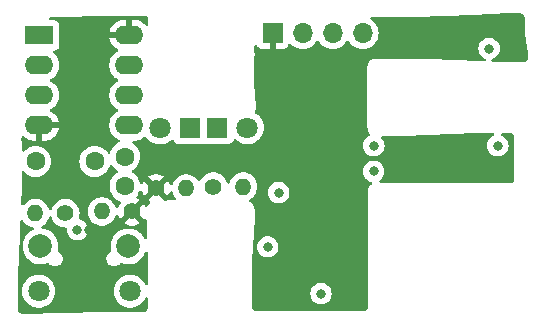
<source format=gbr>
%TF.GenerationSoftware,KiCad,Pcbnew,8.0.4*%
%TF.CreationDate,2024-09-23T16:48:43-04:00*%
%TF.ProjectId,solder_challenge_555,736f6c64-6572-45f6-9368-616c6c656e67,rev?*%
%TF.SameCoordinates,Original*%
%TF.FileFunction,Copper,L2,Inr*%
%TF.FilePolarity,Positive*%
%FSLAX46Y46*%
G04 Gerber Fmt 4.6, Leading zero omitted, Abs format (unit mm)*
G04 Created by KiCad (PCBNEW 8.0.4) date 2024-09-23 16:48:43*
%MOMM*%
%LPD*%
G01*
G04 APERTURE LIST*
%TA.AperFunction,ComponentPad*%
%ADD10C,1.400000*%
%TD*%
%TA.AperFunction,ComponentPad*%
%ADD11O,1.400000X1.400000*%
%TD*%
%TA.AperFunction,ComponentPad*%
%ADD12C,1.600000*%
%TD*%
%TA.AperFunction,ComponentPad*%
%ADD13R,2.400000X1.600000*%
%TD*%
%TA.AperFunction,ComponentPad*%
%ADD14O,2.400000X1.600000*%
%TD*%
%TA.AperFunction,ComponentPad*%
%ADD15R,1.800000X1.800000*%
%TD*%
%TA.AperFunction,ComponentPad*%
%ADD16C,1.800000*%
%TD*%
%TA.AperFunction,ComponentPad*%
%ADD17R,1.700000X1.700000*%
%TD*%
%TA.AperFunction,ComponentPad*%
%ADD18O,1.700000X1.700000*%
%TD*%
%TA.AperFunction,ComponentPad*%
%ADD19C,2.000000*%
%TD*%
%TA.AperFunction,ViaPad*%
%ADD20C,0.800000*%
%TD*%
G04 APERTURE END LIST*
D10*
%TO.N,Net-(D4-K)*%
%TO.C,R3*%
X131920000Y-52230000D03*
D11*
%TO.N,Net-(D1-A)*%
X134460000Y-52230000D03*
%TD*%
D12*
%TO.N,Net-(U1-THR)*%
%TO.C,C1*%
X116890000Y-50100000D03*
%TO.N,GND*%
X121890000Y-50100000D03*
%TD*%
D13*
%TO.N,GND*%
%TO.C,U1*%
X117190000Y-39430000D03*
D14*
%TO.N,Net-(U1-THR)*%
X117190000Y-41970000D03*
%TO.N,Net-(D4-K)*%
X117190000Y-44510000D03*
%TO.N,VCC*%
X117190000Y-47050000D03*
%TO.N,Net-(U1-CV)*%
X124810000Y-47050000D03*
%TO.N,Net-(U1-THR)*%
X124810000Y-44510000D03*
%TO.N,Net-(U1-DIS)*%
X124810000Y-41970000D03*
%TO.N,VCC*%
X124810000Y-39430000D03*
%TD*%
D10*
%TO.N,VCC*%
%TO.C,R1*%
X125040000Y-54340000D03*
D11*
%TO.N,Net-(U1-DIS)*%
X122500000Y-54340000D03*
%TD*%
D12*
%TO.N,Net-(U1-CV)*%
%TO.C,C2*%
X124450000Y-49700000D03*
%TO.N,GND*%
X124450000Y-52200000D03*
%TD*%
D10*
%TO.N,Net-(U1-DIS)*%
%TO.C,R2*%
X119400000Y-54490000D03*
D11*
%TO.N,Net-(U1-THR)*%
X116860000Y-54490000D03*
%TD*%
D15*
%TO.N,Net-(D4-K)*%
%TO.C,D4*%
X129960000Y-47260000D03*
D16*
%TO.N,Net-(D4-A)*%
X127420000Y-47260000D03*
%TD*%
D15*
%TO.N,GND*%
%TO.C,D1*%
X132270000Y-47240000D03*
D16*
%TO.N,Net-(D1-A)*%
X134810000Y-47240000D03*
%TD*%
D10*
%TO.N,VCC*%
%TO.C,R13*%
X127090000Y-52380000D03*
D11*
%TO.N,Net-(D4-A)*%
X129630000Y-52380000D03*
%TD*%
D17*
%TO.N,VCC*%
%TO.C,J2*%
X136950000Y-39240000D03*
D18*
%TO.N,unconnected-(J2-Pin_2-Pad2)*%
X139490000Y-39240000D03*
%TO.N,unconnected-(J2-Pin_3-Pad3)*%
X142030000Y-39240000D03*
%TO.N,GND*%
X144570000Y-39240000D03*
%TD*%
D16*
%TO.N,unconnected-(J1-Shield-Pad6)*%
%TO.C,J1*%
X124895000Y-61090000D03*
D19*
X124745000Y-57290000D03*
X117295000Y-57290000D03*
D16*
X117145000Y-61090000D03*
%TD*%
D20*
%TO.N,GND*%
X137475000Y-52750000D03*
X156020000Y-48770000D03*
X120430000Y-55900000D03*
X141050000Y-61300000D03*
%TO.N,VCC*%
X146575000Y-39250000D03*
X121429949Y-55889691D03*
X142600000Y-49850000D03*
X139700000Y-57775000D03*
X144400000Y-53350000D03*
%TO.N,/smt_555/7*%
X145510000Y-50950000D03*
%TO.N,/smt_555/3*%
X136540000Y-57340000D03*
X145520000Y-48780000D03*
X155280000Y-40550000D03*
%TD*%
%TA.AperFunction,Conductor*%
%TO.N,VCC*%
G36*
X157754620Y-37509230D02*
G01*
X157777817Y-37510278D01*
X157789222Y-37511908D01*
X157797536Y-37513095D01*
X157811256Y-37515856D01*
X157812126Y-37516083D01*
X157813319Y-37516340D01*
X157814534Y-37516553D01*
X157815766Y-37516728D01*
X157817004Y-37516869D01*
X157819475Y-37517060D01*
X157821883Y-37517158D01*
X157821933Y-37517158D01*
X157822820Y-37517195D01*
X157851866Y-37521866D01*
X157860018Y-37524196D01*
X157861491Y-37524617D01*
X157864047Y-37525390D01*
X157864749Y-37525596D01*
X157864770Y-37525603D01*
X157866170Y-37526015D01*
X157867516Y-37526381D01*
X157867560Y-37526392D01*
X157868795Y-37526704D01*
X157869166Y-37526790D01*
X157869433Y-37526865D01*
X157869995Y-37527007D01*
X157869991Y-37527022D01*
X157880453Y-37529968D01*
X157881832Y-37530427D01*
X157881835Y-37530429D01*
X157897705Y-37535719D01*
X157906274Y-37538575D01*
X157918013Y-37543162D01*
X157919536Y-37543849D01*
X157920528Y-37544263D01*
X157921520Y-37544650D01*
X157922512Y-37545006D01*
X157923504Y-37545327D01*
X157923508Y-37545328D01*
X157923520Y-37545332D01*
X157924467Y-37545600D01*
X157924496Y-37545609D01*
X157925116Y-37545759D01*
X157925479Y-37545847D01*
X157926497Y-37546069D01*
X157939318Y-37549590D01*
X157945331Y-37551595D01*
X157952844Y-37554099D01*
X157969077Y-37560821D01*
X157977068Y-37564817D01*
X157977076Y-37564825D01*
X157977078Y-37564823D01*
X157992946Y-37572758D01*
X157992954Y-37572762D01*
X158008830Y-37580699D01*
X158009851Y-37581195D01*
X158009877Y-37581207D01*
X158011462Y-37581942D01*
X158026459Y-37590401D01*
X158026545Y-37590267D01*
X158028642Y-37591604D01*
X158028654Y-37591611D01*
X158028657Y-37591613D01*
X158030327Y-37592606D01*
X158032120Y-37593598D01*
X158034006Y-37594590D01*
X158034029Y-37594602D01*
X158034906Y-37595063D01*
X158034893Y-37595086D01*
X158041792Y-37598889D01*
X158045396Y-37601052D01*
X158051151Y-37604506D01*
X158051152Y-37604506D01*
X158064395Y-37612449D01*
X158064393Y-37612451D01*
X158064407Y-37612456D01*
X158070489Y-37616105D01*
X158084127Y-37625588D01*
X158085818Y-37626941D01*
X158093396Y-37633653D01*
X158093456Y-37633591D01*
X158095962Y-37635940D01*
X158096731Y-37636626D01*
X158097443Y-37637233D01*
X158097469Y-37637254D01*
X158098214Y-37637859D01*
X158098967Y-37638437D01*
X158099736Y-37638992D01*
X158100528Y-37639528D01*
X158100545Y-37639538D01*
X158102132Y-37640613D01*
X158102071Y-37640702D01*
X158110783Y-37646913D01*
X158117313Y-37652137D01*
X158117315Y-37652138D01*
X158121842Y-37655759D01*
X158121588Y-37656076D01*
X158134011Y-37666189D01*
X158141114Y-37673293D01*
X158141121Y-37673300D01*
X158141122Y-37673302D01*
X158151703Y-37683884D01*
X158151706Y-37683887D01*
X158162288Y-37694470D01*
X158162813Y-37694967D01*
X158162820Y-37694973D01*
X158163874Y-37695971D01*
X158163794Y-37696054D01*
X158176257Y-37709288D01*
X158178099Y-37711590D01*
X158184332Y-37720338D01*
X158184423Y-37720277D01*
X158186014Y-37722633D01*
X158186567Y-37723398D01*
X158187156Y-37724167D01*
X158187707Y-37724845D01*
X158187750Y-37724897D01*
X158188274Y-37725512D01*
X158188402Y-37725662D01*
X158189036Y-37726372D01*
X158189048Y-37726384D01*
X158189058Y-37726396D01*
X158190520Y-37727956D01*
X158190537Y-37727973D01*
X158191429Y-37728925D01*
X158191367Y-37728982D01*
X158198053Y-37736537D01*
X158206722Y-37747374D01*
X158206395Y-37747634D01*
X158218360Y-37764488D01*
X158218488Y-37764414D01*
X158219656Y-37766421D01*
X158220163Y-37767257D01*
X158220651Y-37768022D01*
X158221143Y-37768751D01*
X158221247Y-37768896D01*
X158221526Y-37769320D01*
X158222217Y-37770345D01*
X158222205Y-37770352D01*
X158226931Y-37777529D01*
X158231065Y-37784418D01*
X158231068Y-37784428D01*
X158231070Y-37784427D01*
X158231071Y-37784428D01*
X158239009Y-37797657D01*
X158239010Y-37797658D01*
X158242436Y-37803367D01*
X158242128Y-37803551D01*
X158248016Y-37813031D01*
X158254882Y-37826762D01*
X158262822Y-37842640D01*
X158262833Y-37842662D01*
X158266254Y-37849506D01*
X158270755Y-37858512D01*
X158278024Y-37873049D01*
X158278708Y-37874417D01*
X158280362Y-37877542D01*
X158279934Y-37877768D01*
X158291850Y-37908035D01*
X158291933Y-37908014D01*
X158292106Y-37908686D01*
X158292182Y-37908878D01*
X158292375Y-37909727D01*
X158292377Y-37909733D01*
X158292617Y-37910565D01*
X158292899Y-37911392D01*
X158292904Y-37911405D01*
X158293219Y-37912227D01*
X158293576Y-37913084D01*
X158294132Y-37914343D01*
X158297531Y-37922896D01*
X158297749Y-37923510D01*
X158300810Y-37935220D01*
X158302005Y-37938956D01*
X158304987Y-37950021D01*
X158305173Y-37950865D01*
X158305656Y-37952942D01*
X158305938Y-37954030D01*
X158306224Y-37955027D01*
X158306552Y-37956045D01*
X158306557Y-37956059D01*
X158306744Y-37956573D01*
X158306855Y-37956876D01*
X158309577Y-37965263D01*
X158313094Y-37977574D01*
X158313097Y-37977584D01*
X158313096Y-37977584D01*
X158318381Y-37996066D01*
X158318385Y-37996098D01*
X158318390Y-37996097D01*
X158323680Y-38014616D01*
X158323681Y-38014619D01*
X158323682Y-38014622D01*
X158326648Y-38025006D01*
X158330168Y-38041513D01*
X158332096Y-38054999D01*
X158332978Y-38063029D01*
X158333104Y-38064667D01*
X158333260Y-38065958D01*
X158333265Y-38065990D01*
X158333496Y-38067314D01*
X158333635Y-38067904D01*
X158333658Y-38068103D01*
X158333849Y-38069037D01*
X158333799Y-38069047D01*
X158333804Y-38069073D01*
X158333770Y-38069078D01*
X158336906Y-38096197D01*
X158336906Y-39319507D01*
X158336426Y-39330409D01*
X158335914Y-39336206D01*
X158335806Y-39337967D01*
X158335744Y-39339680D01*
X158335734Y-39341462D01*
X158335789Y-39343231D01*
X158335922Y-39345034D01*
X158335927Y-39345087D01*
X158336146Y-39346903D01*
X158336148Y-39346919D01*
X158336218Y-39347327D01*
X158336307Y-39348013D01*
X158336365Y-39348411D01*
X158336359Y-39348411D01*
X158337461Y-39356874D01*
X158339549Y-39379865D01*
X158340030Y-39385157D01*
X158342550Y-39412847D01*
X158342447Y-39412856D01*
X158343529Y-39426447D01*
X158343538Y-39428175D01*
X158343587Y-39429932D01*
X158343683Y-39431658D01*
X158343841Y-39433357D01*
X158344071Y-39434954D01*
X158344179Y-39435564D01*
X158345543Y-39445818D01*
X158347483Y-39467173D01*
X158347483Y-39467178D01*
X158347484Y-39467178D01*
X158350659Y-39502138D01*
X158350322Y-39502168D01*
X158351308Y-39512390D01*
X158351439Y-39512387D01*
X158351519Y-39515541D01*
X158351615Y-39517508D01*
X158351771Y-39519451D01*
X158352004Y-39521409D01*
X158352334Y-39523401D01*
X158352496Y-39524136D01*
X158352529Y-39524412D01*
X158352638Y-39524975D01*
X158352598Y-39524982D01*
X158355335Y-39547511D01*
X158355344Y-39547860D01*
X158355383Y-39550412D01*
X158355417Y-39557131D01*
X158355417Y-39557134D01*
X158355418Y-39557136D01*
X158359881Y-39580948D01*
X158363354Y-39599473D01*
X158371297Y-39641837D01*
X158375137Y-39661360D01*
X158375373Y-39662595D01*
X158377128Y-39672063D01*
X158377360Y-39673353D01*
X158379230Y-39684136D01*
X158379235Y-39684165D01*
X158381211Y-39695579D01*
X158383198Y-39706305D01*
X158387156Y-39726431D01*
X158395095Y-39766122D01*
X158396202Y-39771113D01*
X158397469Y-39776124D01*
X158399272Y-39782989D01*
X158402575Y-39802515D01*
X158402596Y-39802513D01*
X158402673Y-39803097D01*
X158402954Y-39804753D01*
X158403039Y-39805838D01*
X158408331Y-39845525D01*
X158413625Y-39885206D01*
X158413626Y-39885222D01*
X158413627Y-39885222D01*
X158418161Y-39919238D01*
X158418981Y-39927482D01*
X158419144Y-39929961D01*
X158419407Y-39932576D01*
X158419746Y-39935212D01*
X158420593Y-39940490D01*
X158421572Y-39945782D01*
X158422235Y-39949280D01*
X158424211Y-39965514D01*
X158424270Y-39966598D01*
X158424438Y-39968660D01*
X158424440Y-39968681D01*
X158424701Y-39970808D01*
X158424956Y-39972455D01*
X158425042Y-39973007D01*
X158425884Y-39977464D01*
X158425887Y-39977476D01*
X158426814Y-39981915D01*
X158426931Y-39982481D01*
X158427123Y-39983428D01*
X158429512Y-40003507D01*
X158429620Y-40006446D01*
X158429621Y-40006472D01*
X158429622Y-40006483D01*
X158429765Y-40008833D01*
X158429766Y-40008840D01*
X158429958Y-40011150D01*
X158430479Y-40015674D01*
X158431161Y-40020184D01*
X158431951Y-40024597D01*
X158432874Y-40029278D01*
X158434052Y-40035032D01*
X158435324Y-40042358D01*
X158440089Y-40075717D01*
X158440089Y-40075718D01*
X158445379Y-40112756D01*
X158450671Y-40149778D01*
X158450673Y-40149788D01*
X158450675Y-40149802D01*
X158451930Y-40156181D01*
X158452481Y-40158982D01*
X158452752Y-40160411D01*
X158453340Y-40163603D01*
X158453667Y-40165463D01*
X158454085Y-40167950D01*
X158454502Y-40170611D01*
X158454699Y-40171962D01*
X158455548Y-40182585D01*
X158455607Y-40182581D01*
X158455964Y-40186836D01*
X158461261Y-40221239D01*
X158461263Y-40221254D01*
X158466551Y-40255630D01*
X158471847Y-40290035D01*
X158472308Y-40292411D01*
X158472257Y-40292420D01*
X158473765Y-40300503D01*
X158473840Y-40301041D01*
X158474119Y-40303172D01*
X158474492Y-40306237D01*
X158475567Y-40314960D01*
X158476259Y-40319585D01*
X158477138Y-40324428D01*
X158477405Y-40325830D01*
X158478227Y-40330665D01*
X158478516Y-40332596D01*
X158478879Y-40335209D01*
X158479207Y-40337772D01*
X158479347Y-40338907D01*
X158479763Y-40342417D01*
X158479787Y-40342618D01*
X158480189Y-40345924D01*
X158480298Y-40346815D01*
X158480860Y-40350843D01*
X158481553Y-40354847D01*
X158482171Y-40357829D01*
X158483061Y-40362593D01*
X158485078Y-40374698D01*
X158487724Y-40390573D01*
X158492894Y-40421582D01*
X158493016Y-40422310D01*
X158493017Y-40422324D01*
X158493018Y-40422324D01*
X158497161Y-40447187D01*
X158498308Y-40454066D01*
X158503604Y-40485824D01*
X158503606Y-40485838D01*
X158508891Y-40517554D01*
X158509270Y-40519455D01*
X158509209Y-40519466D01*
X158509214Y-40519491D01*
X158509191Y-40519494D01*
X158510779Y-40528242D01*
X158510922Y-40529323D01*
X158511125Y-40530938D01*
X158511546Y-40534480D01*
X158512046Y-40538571D01*
X158512442Y-40541303D01*
X158512616Y-40542502D01*
X158512944Y-40544353D01*
X158512947Y-40544368D01*
X158513312Y-40546122D01*
X158514092Y-40549260D01*
X158514008Y-40549280D01*
X158516954Y-40563774D01*
X158517340Y-40566648D01*
X158517908Y-40570523D01*
X158518601Y-40574458D01*
X158519346Y-40578039D01*
X158519318Y-40578044D01*
X158520051Y-40581564D01*
X158520422Y-40583598D01*
X158523782Y-40602069D01*
X158525275Y-40613043D01*
X158527418Y-40636630D01*
X158530416Y-40669623D01*
X158530313Y-40669632D01*
X158531395Y-40683216D01*
X158531404Y-40684945D01*
X158531453Y-40686702D01*
X158531549Y-40688428D01*
X158531707Y-40690127D01*
X158531940Y-40691740D01*
X158532198Y-40693208D01*
X158533454Y-40702337D01*
X158535348Y-40721291D01*
X158535349Y-40721291D01*
X158535350Y-40721302D01*
X158536026Y-40728059D01*
X158537998Y-40747761D01*
X158538000Y-40747784D01*
X158541212Y-40779939D01*
X158540900Y-40779970D01*
X158541982Y-40789733D01*
X158542030Y-40791411D01*
X158542128Y-40793194D01*
X158542286Y-40794993D01*
X158542519Y-40796817D01*
X158542673Y-40797708D01*
X158543862Y-40806455D01*
X158546299Y-40830854D01*
X158546127Y-40830871D01*
X158547136Y-40842972D01*
X158547222Y-40842970D01*
X158547270Y-40844512D01*
X158547271Y-40844525D01*
X158547320Y-40846072D01*
X158547415Y-40847600D01*
X158547573Y-40849112D01*
X158547574Y-40849121D01*
X158547811Y-40850634D01*
X158548012Y-40851702D01*
X158549380Y-40860873D01*
X158551218Y-40877410D01*
X158551223Y-40877430D01*
X158551278Y-40877943D01*
X158551879Y-40883347D01*
X158551858Y-40883349D01*
X158553591Y-40899477D01*
X158555021Y-40908633D01*
X158556506Y-40927766D01*
X158556506Y-41447036D01*
X158549578Y-41487486D01*
X158549588Y-41487489D01*
X158549578Y-41487522D01*
X158549639Y-41487542D01*
X158549486Y-41488022D01*
X158549439Y-41488300D01*
X158549041Y-41489426D01*
X158548905Y-41489908D01*
X158548903Y-41489917D01*
X158548828Y-41490261D01*
X158548461Y-41491931D01*
X158548327Y-41491901D01*
X158544947Y-41504767D01*
X158543294Y-41509733D01*
X158542928Y-41510817D01*
X158542893Y-41510919D01*
X158528812Y-41539409D01*
X158528186Y-41540348D01*
X158527412Y-41541510D01*
X158527396Y-41541534D01*
X158524611Y-41545707D01*
X158524581Y-41545687D01*
X158522182Y-41549217D01*
X158521570Y-41550069D01*
X158500942Y-41571943D01*
X158501063Y-41572070D01*
X158500774Y-41572344D01*
X158500842Y-41572422D01*
X158499083Y-41573950D01*
X158496814Y-41576303D01*
X158496711Y-41576203D01*
X158492275Y-41580730D01*
X158492279Y-41580734D01*
X158492264Y-41580749D01*
X158492291Y-41580777D01*
X158491195Y-41581834D01*
X158491057Y-41581972D01*
X158489648Y-41583502D01*
X158489205Y-41583093D01*
X158466294Y-41601230D01*
X158450480Y-41617484D01*
X158445377Y-41620887D01*
X158437442Y-41626178D01*
X158429504Y-41631470D01*
X158428865Y-41631895D01*
X158427401Y-41632871D01*
X158398694Y-41647027D01*
X158398565Y-41647071D01*
X158397765Y-41647341D01*
X158394404Y-41648462D01*
X158389819Y-41649991D01*
X158381881Y-41652637D01*
X158379459Y-41653444D01*
X158374643Y-41655049D01*
X158370538Y-41656287D01*
X158370540Y-41656293D01*
X158368484Y-41656926D01*
X158368477Y-41656929D01*
X158368130Y-41657036D01*
X158368121Y-41657039D01*
X158366176Y-41657639D01*
X158366009Y-41657099D01*
X158329414Y-41663221D01*
X156066759Y-41663221D01*
X156057032Y-41663328D01*
X156057003Y-41663328D01*
X156056984Y-41663329D01*
X156050419Y-41663508D01*
X156047283Y-41663594D01*
X156028970Y-41664184D01*
X156027142Y-41664229D01*
X156019734Y-41664358D01*
X156017008Y-41664376D01*
X156010232Y-41664345D01*
X156006519Y-41664272D01*
X156000323Y-41664057D01*
X155995868Y-41663821D01*
X155987414Y-41663220D01*
X155905402Y-41660574D01*
X155905402Y-41660575D01*
X155823383Y-41657929D01*
X155741359Y-41655283D01*
X155656692Y-41652637D01*
X155600696Y-41650887D01*
X155534304Y-41629118D01*
X155490221Y-41574911D01*
X155482442Y-41505476D01*
X155513438Y-41442858D01*
X155554133Y-41413669D01*
X155662333Y-41365494D01*
X155732730Y-41334151D01*
X155885871Y-41222888D01*
X156012533Y-41082216D01*
X156107179Y-40918284D01*
X156165674Y-40738256D01*
X156185460Y-40550000D01*
X156165674Y-40361744D01*
X156107179Y-40181716D01*
X156012533Y-40017784D01*
X155885871Y-39877112D01*
X155882996Y-39875023D01*
X155732734Y-39765851D01*
X155732729Y-39765848D01*
X155559807Y-39688857D01*
X155559802Y-39688855D01*
X155414001Y-39657865D01*
X155374646Y-39649500D01*
X155185354Y-39649500D01*
X155152897Y-39656398D01*
X155000197Y-39688855D01*
X155000192Y-39688857D01*
X154827270Y-39765848D01*
X154827265Y-39765851D01*
X154674129Y-39877111D01*
X154547466Y-40017785D01*
X154452821Y-40181715D01*
X154452818Y-40181722D01*
X154397868Y-40350843D01*
X154394326Y-40361744D01*
X154374540Y-40550000D01*
X154394326Y-40738256D01*
X154394327Y-40738259D01*
X154452818Y-40918277D01*
X154452821Y-40918284D01*
X154547467Y-41082216D01*
X154652472Y-41198835D01*
X154674129Y-41222888D01*
X154827265Y-41334148D01*
X154827266Y-41334148D01*
X154827270Y-41334151D01*
X154958990Y-41392797D01*
X155012227Y-41438047D01*
X155032548Y-41504896D01*
X155013503Y-41572120D01*
X154961137Y-41618375D01*
X154905014Y-41630025D01*
X154866074Y-41628913D01*
X154859848Y-41628579D01*
X154855201Y-41628211D01*
X154851905Y-41627951D01*
X154840655Y-41627294D01*
X154836026Y-41627103D01*
X154829205Y-41626823D01*
X154817681Y-41626510D01*
X154817649Y-41626509D01*
X154817627Y-41626509D01*
X154809702Y-41626411D01*
X154794075Y-41626218D01*
X154771927Y-41626180D01*
X154768703Y-41626132D01*
X154675083Y-41623533D01*
X154675082Y-41623532D01*
X154675081Y-41623532D01*
X154671976Y-41623446D01*
X154581554Y-41620934D01*
X154578121Y-41620791D01*
X154489926Y-41615892D01*
X154484580Y-41615595D01*
X154386688Y-41610303D01*
X154386687Y-41610302D01*
X154288791Y-41605011D01*
X154190986Y-41599723D01*
X154190898Y-41599719D01*
X154090354Y-41594427D01*
X154090353Y-41594426D01*
X153989814Y-41589136D01*
X153989813Y-41589135D01*
X153917371Y-41585323D01*
X153889270Y-41583844D01*
X153889187Y-41583839D01*
X153792736Y-41578893D01*
X153786083Y-41578552D01*
X153786082Y-41578551D01*
X153685196Y-41573379D01*
X153682895Y-41573261D01*
X153577064Y-41567969D01*
X153471233Y-41562677D01*
X153365471Y-41557388D01*
X153365398Y-41557385D01*
X153329464Y-41555632D01*
X153258290Y-41552159D01*
X153255560Y-41551995D01*
X153229573Y-41550151D01*
X153202719Y-41548457D01*
X153202682Y-41548455D01*
X153202680Y-41548455D01*
X153189275Y-41547779D01*
X153188284Y-41547740D01*
X153175785Y-41547255D01*
X153162203Y-41546920D01*
X153151180Y-41546825D01*
X153145735Y-41546659D01*
X153047898Y-41541510D01*
X153047897Y-41541510D01*
X152846809Y-41530926D01*
X152846809Y-41530920D01*
X152846634Y-41530916D01*
X152749529Y-41525668D01*
X152748320Y-41525596D01*
X152746616Y-41525487D01*
X152736911Y-41524865D01*
X152724667Y-41524435D01*
X152700452Y-41523989D01*
X152699380Y-41523965D01*
X152697080Y-41523902D01*
X152688989Y-41523683D01*
X152686190Y-41523575D01*
X152677485Y-41523141D01*
X152673039Y-41522839D01*
X152665234Y-41522168D01*
X152660869Y-41521715D01*
X152658758Y-41521458D01*
X152655263Y-41520982D01*
X152651030Y-41520344D01*
X152650918Y-41520327D01*
X152645079Y-41519441D01*
X152642254Y-41519092D01*
X152639112Y-41518705D01*
X152627169Y-41517655D01*
X152627165Y-41517654D01*
X152627156Y-41517654D01*
X152615156Y-41517040D01*
X152603118Y-41516706D01*
X152603070Y-41516705D01*
X152603066Y-41516705D01*
X152579433Y-41516267D01*
X152577514Y-41516217D01*
X152573485Y-41516079D01*
X152567522Y-41515876D01*
X152564308Y-41515724D01*
X152553139Y-41515051D01*
X152458090Y-41512482D01*
X152452375Y-41512195D01*
X152443350Y-41511533D01*
X152436751Y-41511169D01*
X152431421Y-41510875D01*
X152419514Y-41510405D01*
X152417216Y-41510344D01*
X152407586Y-41510089D01*
X152383795Y-41509800D01*
X152361575Y-41509761D01*
X152358355Y-41509713D01*
X152264733Y-41507113D01*
X152264732Y-41507113D01*
X152169482Y-41504467D01*
X152074233Y-41501821D01*
X152074233Y-41501819D01*
X152074135Y-41501818D01*
X151981628Y-41499176D01*
X151889018Y-41496530D01*
X151796483Y-41493886D01*
X151796379Y-41493883D01*
X151709532Y-41491328D01*
X151703405Y-41490996D01*
X151697679Y-41490543D01*
X151695406Y-41490363D01*
X151684247Y-41489709D01*
X151672880Y-41489238D01*
X151671249Y-41489193D01*
X151661478Y-41488923D01*
X151658638Y-41488886D01*
X151638747Y-41488632D01*
X151618187Y-41488595D01*
X151614769Y-41488541D01*
X151526542Y-41485946D01*
X151436693Y-41483303D01*
X151436655Y-41483290D01*
X151436584Y-41483300D01*
X151349273Y-41480654D01*
X151345755Y-41480547D01*
X151264985Y-41478100D01*
X151258953Y-41477770D01*
X151250957Y-41477136D01*
X151239762Y-41476479D01*
X151236012Y-41476322D01*
X151228520Y-41476009D01*
X151217312Y-41475693D01*
X151217310Y-41475692D01*
X151217276Y-41475692D01*
X151195407Y-41475404D01*
X151189700Y-41475392D01*
X151174648Y-41475363D01*
X151174523Y-41475363D01*
X145332611Y-41475363D01*
X145320983Y-41480013D01*
X145314161Y-41482512D01*
X145314137Y-41482520D01*
X145312142Y-41483166D01*
X145310107Y-41483806D01*
X145309343Y-41484074D01*
X145309334Y-41484077D01*
X145309330Y-41484079D01*
X145309137Y-41484156D01*
X145308590Y-41484376D01*
X145307904Y-41484702D01*
X145307895Y-41484707D01*
X145305690Y-41485967D01*
X145299642Y-41489203D01*
X145294720Y-41491664D01*
X145284334Y-41496026D01*
X145284415Y-41496233D01*
X145281165Y-41497510D01*
X145280449Y-41497822D01*
X145279707Y-41498177D01*
X145278932Y-41498581D01*
X145278237Y-41498972D01*
X145277481Y-41499432D01*
X145276817Y-41499867D01*
X145276117Y-41500365D01*
X145275503Y-41500838D01*
X145274545Y-41501613D01*
X145271007Y-41504369D01*
X145267580Y-41506939D01*
X145263822Y-41509759D01*
X145253238Y-41517696D01*
X145253233Y-41517699D01*
X145247275Y-41522168D01*
X145243680Y-41524865D01*
X145242653Y-41525635D01*
X145242651Y-41525636D01*
X145237362Y-41529602D01*
X145232070Y-41533571D01*
X145221486Y-41541508D01*
X145221481Y-41541511D01*
X145212663Y-41548125D01*
X145206798Y-41552203D01*
X145206803Y-41552210D01*
X145205797Y-41552899D01*
X145205389Y-41553184D01*
X145205298Y-41553242D01*
X145204591Y-41553727D01*
X145203838Y-41554280D01*
X145203037Y-41554911D01*
X145202177Y-41555639D01*
X145201299Y-41556435D01*
X145200841Y-41556879D01*
X145200335Y-41557370D01*
X145200315Y-41557389D01*
X145198161Y-41559609D01*
X145196456Y-41561095D01*
X145196533Y-41561172D01*
X145189738Y-41567966D01*
X145189737Y-41567967D01*
X145179153Y-41578550D01*
X145179142Y-41578561D01*
X145175705Y-41581997D01*
X145167365Y-41589608D01*
X145165055Y-41591530D01*
X145164300Y-41592229D01*
X145163594Y-41592943D01*
X145162910Y-41593694D01*
X145162295Y-41594411D01*
X145161649Y-41595205D01*
X145161002Y-41596028D01*
X145158369Y-41599260D01*
X145157995Y-41599703D01*
X145154250Y-41604698D01*
X145148231Y-41611975D01*
X145148276Y-41612013D01*
X145146577Y-41613993D01*
X145146081Y-41614598D01*
X145145570Y-41615254D01*
X145145098Y-41615892D01*
X145144593Y-41616614D01*
X145144083Y-41617387D01*
X145143594Y-41618176D01*
X145143104Y-41619015D01*
X145142801Y-41619567D01*
X145140524Y-41623527D01*
X145138736Y-41626509D01*
X145134174Y-41634114D01*
X145127823Y-41644699D01*
X145126238Y-41647341D01*
X145126236Y-41647343D01*
X145118296Y-41660575D01*
X145109202Y-41675732D01*
X145109055Y-41675644D01*
X145099058Y-41690596D01*
X145098110Y-41691781D01*
X145097461Y-41692654D01*
X145096866Y-41693526D01*
X145096862Y-41693531D01*
X145096305Y-41694437D01*
X145096304Y-41694439D01*
X145095792Y-41695382D01*
X145095035Y-41697027D01*
X145090947Y-41705104D01*
X145089541Y-41707646D01*
X145088521Y-41709585D01*
X145086571Y-41713445D01*
X145078623Y-41729345D01*
X145078616Y-41729359D01*
X145070673Y-41745243D01*
X145065217Y-41756156D01*
X145058378Y-41768123D01*
X145057771Y-41769058D01*
X145057172Y-41770044D01*
X145056615Y-41771032D01*
X145056114Y-41772013D01*
X145056106Y-41772029D01*
X145055674Y-41773004D01*
X145055669Y-41773017D01*
X145055305Y-41774013D01*
X145055157Y-41774509D01*
X145054827Y-41775821D01*
X145052239Y-41784675D01*
X145050574Y-41789673D01*
X145045828Y-41801767D01*
X145045448Y-41802602D01*
X145045447Y-41802603D01*
X145045047Y-41803653D01*
X145044873Y-41804194D01*
X145044707Y-41804783D01*
X145044566Y-41805379D01*
X145044530Y-41805570D01*
X145044468Y-41805795D01*
X145043963Y-41807931D01*
X145043888Y-41807913D01*
X145040083Y-41821802D01*
X145040223Y-41821849D01*
X145039422Y-41824247D01*
X145039421Y-41824251D01*
X145039156Y-41825273D01*
X145038819Y-41827015D01*
X145034947Y-41840578D01*
X145035111Y-41840625D01*
X145028348Y-41864298D01*
X145023057Y-41882818D01*
X145023057Y-41882820D01*
X145019533Y-41895155D01*
X145016846Y-41903444D01*
X145016526Y-41904324D01*
X145016194Y-41905353D01*
X145015896Y-41906396D01*
X145015635Y-41907401D01*
X145015080Y-41909783D01*
X145014775Y-41911131D01*
X145012948Y-41917884D01*
X145013031Y-41917908D01*
X145012476Y-41919854D01*
X145007181Y-41941037D01*
X145001897Y-41962184D01*
X145001895Y-41962194D01*
X144996604Y-41983361D01*
X144992405Y-42000161D01*
X144992186Y-42001036D01*
X144991370Y-42004128D01*
X144990439Y-42007482D01*
X144990075Y-42008949D01*
X144989734Y-42010477D01*
X144989348Y-42012432D01*
X144987248Y-42020151D01*
X144987398Y-42020189D01*
X144982068Y-42041512D01*
X144980428Y-42047443D01*
X144979966Y-42048962D01*
X144979965Y-42048967D01*
X144979735Y-42050076D01*
X144979732Y-42050092D01*
X144979574Y-42051277D01*
X144979477Y-42052522D01*
X144979450Y-42053230D01*
X144979367Y-42053926D01*
X144979287Y-42054961D01*
X144979245Y-42054957D01*
X144978341Y-42062610D01*
X144978684Y-42062649D01*
X144975438Y-42091830D01*
X144975439Y-42091831D01*
X144975438Y-42091840D01*
X144972793Y-42115652D01*
X144971145Y-42130464D01*
X144971130Y-42130607D01*
X144969172Y-42141958D01*
X144969315Y-42141988D01*
X144968615Y-42145424D01*
X144968361Y-42146899D01*
X144968143Y-42148418D01*
X144967969Y-42149894D01*
X144967830Y-42151367D01*
X144967639Y-42154353D01*
X144967486Y-42158960D01*
X144967419Y-42158957D01*
X144966788Y-42169682D01*
X144965878Y-42177868D01*
X144963597Y-42191458D01*
X144963323Y-42192671D01*
X144963068Y-42193994D01*
X144962850Y-42195340D01*
X144962678Y-42196649D01*
X144962539Y-42197990D01*
X144962347Y-42200807D01*
X144962248Y-42203841D01*
X144962212Y-42207178D01*
X144962207Y-42210988D01*
X144962207Y-47043036D01*
X144961936Y-47051224D01*
X144961882Y-47052040D01*
X144961774Y-47053534D01*
X144961213Y-47060684D01*
X144961108Y-47062668D01*
X144961043Y-47064673D01*
X144961033Y-47066617D01*
X144961090Y-47068638D01*
X144961223Y-47070606D01*
X144961450Y-47072621D01*
X144961539Y-47073166D01*
X144962728Y-47082828D01*
X144964853Y-47108313D01*
X144964853Y-47108316D01*
X144967836Y-47144100D01*
X144967792Y-47144103D01*
X144968825Y-47157535D01*
X144968842Y-47161041D01*
X144968893Y-47163073D01*
X144968988Y-47164998D01*
X144969145Y-47166837D01*
X144969148Y-47166861D01*
X144969382Y-47168618D01*
X144969696Y-47170516D01*
X144969636Y-47170525D01*
X144969637Y-47170527D01*
X144969597Y-47170532D01*
X144969501Y-47170548D01*
X144971471Y-47188362D01*
X144971540Y-47191080D01*
X144971635Y-47193039D01*
X144971791Y-47194970D01*
X144972029Y-47196963D01*
X144972030Y-47196970D01*
X144972355Y-47198937D01*
X144972462Y-47199487D01*
X144973203Y-47203176D01*
X144978081Y-47230020D01*
X144983367Y-47259096D01*
X144983373Y-47259129D01*
X144983380Y-47259161D01*
X144983693Y-47260661D01*
X144983653Y-47260669D01*
X144983655Y-47260680D01*
X144983649Y-47260680D01*
X144985242Y-47269058D01*
X144985405Y-47270171D01*
X144985609Y-47271623D01*
X144986008Y-47274593D01*
X144986527Y-47278336D01*
X144987090Y-47281804D01*
X144987426Y-47283535D01*
X144987782Y-47285125D01*
X144987976Y-47285866D01*
X144989597Y-47292899D01*
X144993955Y-47314692D01*
X144999246Y-47341150D01*
X144999248Y-47341159D01*
X144999670Y-47342806D01*
X145001985Y-47353979D01*
X145002440Y-47356830D01*
X145002971Y-47360154D01*
X145003657Y-47363755D01*
X145004066Y-47365632D01*
X145004537Y-47367609D01*
X145005762Y-47372063D01*
X145009442Y-47394264D01*
X145009730Y-47394239D01*
X145010055Y-47397922D01*
X145010314Y-47399745D01*
X145010658Y-47401564D01*
X145011051Y-47403276D01*
X145011502Y-47404994D01*
X145011591Y-47405295D01*
X145011630Y-47405483D01*
X145011972Y-47406782D01*
X145011908Y-47406798D01*
X145013679Y-47415178D01*
X145013920Y-47415125D01*
X145015118Y-47420521D01*
X145015119Y-47420523D01*
X145016992Y-47428954D01*
X145018458Y-47435551D01*
X145020239Y-47446733D01*
X145020400Y-47446713D01*
X145020861Y-47450272D01*
X145021108Y-47451805D01*
X145021388Y-47453280D01*
X145021699Y-47454724D01*
X145022055Y-47456215D01*
X145022866Y-47459230D01*
X145023757Y-47462197D01*
X145025694Y-47468133D01*
X145033427Y-47491331D01*
X145033831Y-47492565D01*
X145034358Y-47494203D01*
X145034863Y-47495812D01*
X145035617Y-47498273D01*
X145035695Y-47498530D01*
X145037604Y-47504855D01*
X145038334Y-47507170D01*
X145038598Y-47508006D01*
X145039590Y-47510936D01*
X145040582Y-47513556D01*
X145041078Y-47514721D01*
X145041087Y-47514740D01*
X145041213Y-47515008D01*
X145041518Y-47515754D01*
X145042003Y-47516892D01*
X145041987Y-47516898D01*
X145046066Y-47526859D01*
X145047251Y-47530241D01*
X145047775Y-47531769D01*
X145049508Y-47536929D01*
X145057449Y-47558108D01*
X145065383Y-47579268D01*
X145072560Y-47598404D01*
X145074012Y-47602493D01*
X145075309Y-47606357D01*
X145076312Y-47609270D01*
X145077277Y-47611979D01*
X145078283Y-47614678D01*
X145079284Y-47617205D01*
X145080258Y-47619486D01*
X145080311Y-47619597D01*
X145082134Y-47623650D01*
X145087081Y-47635195D01*
X145091452Y-47647575D01*
X145091591Y-47647532D01*
X145092172Y-47649385D01*
X145092174Y-47649390D01*
X145092563Y-47650629D01*
X145092995Y-47651860D01*
X145093482Y-47653076D01*
X145094034Y-47654268D01*
X145094664Y-47655430D01*
X145094668Y-47655436D01*
X145094672Y-47655443D01*
X145095386Y-47656557D01*
X145096412Y-47658060D01*
X145096247Y-47658172D01*
X145104293Y-47671351D01*
X145104338Y-47671327D01*
X145104817Y-47672209D01*
X145104984Y-47672482D01*
X145105225Y-47672959D01*
X145105959Y-47674311D01*
X145107389Y-47676737D01*
X145112919Y-47687381D01*
X145112954Y-47687365D01*
X145113459Y-47688420D01*
X145113477Y-47688455D01*
X145113502Y-47688511D01*
X145114023Y-47689599D01*
X145114570Y-47690654D01*
X145115149Y-47691665D01*
X145115164Y-47691690D01*
X145115811Y-47692695D01*
X145116544Y-47693703D01*
X145116634Y-47693812D01*
X145116686Y-47693887D01*
X145117709Y-47695204D01*
X145117662Y-47695240D01*
X145117690Y-47695279D01*
X145117668Y-47695294D01*
X145128225Y-47710434D01*
X145128877Y-47711555D01*
X145128885Y-47711567D01*
X145139468Y-47727443D01*
X145139471Y-47727447D01*
X145139470Y-47727447D01*
X145150051Y-47743317D01*
X145150053Y-47743320D01*
X145160636Y-47759194D01*
X145171212Y-47775058D01*
X145171232Y-47775086D01*
X145173823Y-47778324D01*
X145200330Y-47842970D01*
X145187679Y-47911685D01*
X145139885Y-47962652D01*
X145127431Y-47969063D01*
X145067267Y-47995850D01*
X145067265Y-47995851D01*
X144914129Y-48107111D01*
X144787466Y-48247785D01*
X144692821Y-48411715D01*
X144692818Y-48411722D01*
X144637575Y-48581744D01*
X144634326Y-48591744D01*
X144614540Y-48780000D01*
X144634326Y-48968256D01*
X144634327Y-48968259D01*
X144692818Y-49148277D01*
X144692821Y-49148284D01*
X144787467Y-49312216D01*
X144891752Y-49428036D01*
X144914129Y-49452888D01*
X145067265Y-49564148D01*
X145067270Y-49564151D01*
X145240192Y-49641142D01*
X145240197Y-49641144D01*
X145425354Y-49680500D01*
X145425355Y-49680500D01*
X145614644Y-49680500D01*
X145614646Y-49680500D01*
X145799803Y-49641144D01*
X145972730Y-49564151D01*
X146125871Y-49452888D01*
X146252533Y-49312216D01*
X146347179Y-49148284D01*
X146405674Y-48968256D01*
X146425460Y-48780000D01*
X146405674Y-48591744D01*
X146347179Y-48411716D01*
X146252533Y-48247784D01*
X146160957Y-48146079D01*
X146130728Y-48083089D01*
X146139353Y-48013753D01*
X146184095Y-47960088D01*
X146250747Y-47939130D01*
X146253108Y-47939108D01*
X146298347Y-47939108D01*
X146369783Y-47939108D01*
X146441221Y-47939108D01*
X146515304Y-47939108D01*
X146589385Y-47939108D01*
X146663469Y-47939108D01*
X146740199Y-47939108D01*
X146816928Y-47939108D01*
X146893657Y-47939108D01*
X146973033Y-47939108D01*
X147052409Y-47939108D01*
X147131786Y-47939108D01*
X147213805Y-47939108D01*
X147295825Y-47939108D01*
X147380492Y-47939108D01*
X147465160Y-47939108D01*
X147549823Y-47939108D01*
X147637138Y-47939108D01*
X147724452Y-47939108D01*
X147811763Y-47939108D01*
X147901721Y-47939108D01*
X147991042Y-47939108D01*
X147992272Y-47939114D01*
X147993490Y-47939126D01*
X148001827Y-47939209D01*
X148003393Y-47939236D01*
X148013467Y-47939478D01*
X148013640Y-47939482D01*
X148033334Y-47940034D01*
X148035629Y-47940099D01*
X148035631Y-47940099D01*
X148035666Y-47940100D01*
X148046895Y-47940271D01*
X148058280Y-47940224D01*
X148069850Y-47939868D01*
X148079454Y-47939248D01*
X148083850Y-47939044D01*
X148174239Y-47936463D01*
X148266845Y-47933817D01*
X148359351Y-47931174D01*
X148359447Y-47931199D01*
X148359447Y-47931172D01*
X148454696Y-47928526D01*
X148542020Y-47926102D01*
X148549952Y-47925882D01*
X148549953Y-47925882D01*
X148552434Y-47925699D01*
X148560820Y-47925083D01*
X148562847Y-47924953D01*
X148572900Y-47924399D01*
X148574705Y-47924314D01*
X148584890Y-47923912D01*
X148586360Y-47923863D01*
X148596705Y-47923590D01*
X148598446Y-47923556D01*
X148620911Y-47923282D01*
X148621868Y-47923276D01*
X148645198Y-47923236D01*
X148743095Y-47920591D01*
X148840991Y-47917945D01*
X148840991Y-47917946D01*
X148841044Y-47917943D01*
X148941531Y-47915300D01*
X149042072Y-47912654D01*
X149141628Y-47910035D01*
X149142617Y-47910009D01*
X149142619Y-47910008D01*
X149245803Y-47907363D01*
X149348991Y-47904718D01*
X149360837Y-47903915D01*
X149362894Y-47903792D01*
X149373905Y-47903232D01*
X149375647Y-47903156D01*
X149386999Y-47902743D01*
X149388392Y-47902700D01*
X149399893Y-47902419D01*
X149401318Y-47902394D01*
X149425764Y-47902120D01*
X149426913Y-47902113D01*
X149452178Y-47902072D01*
X149558009Y-47899428D01*
X149663841Y-47896782D01*
X149769521Y-47891497D01*
X149769674Y-47891534D01*
X149769672Y-47891490D01*
X149878154Y-47886198D01*
X149898591Y-47885201D01*
X149986633Y-47880906D01*
X150095115Y-47875614D01*
X150206237Y-47870323D01*
X150233557Y-47868412D01*
X150234482Y-47868351D01*
X150261153Y-47866724D01*
X150262473Y-47866652D01*
X150275071Y-47866038D01*
X150276236Y-47865987D01*
X150288858Y-47865513D01*
X150290345Y-47865467D01*
X150302587Y-47865171D01*
X150304449Y-47865141D01*
X150317363Y-47865031D01*
X150431133Y-47859740D01*
X150544898Y-47854448D01*
X150658668Y-47849156D01*
X150775085Y-47843864D01*
X150891502Y-47838572D01*
X151007800Y-47833286D01*
X151007923Y-47833316D01*
X151007922Y-47833281D01*
X151126983Y-47827989D01*
X151127010Y-47827987D01*
X151127015Y-47827987D01*
X151156303Y-47826075D01*
X151157162Y-47826022D01*
X151185525Y-47824406D01*
X151187448Y-47824312D01*
X151215261Y-47823192D01*
X151217348Y-47823127D01*
X151230383Y-47822833D01*
X151231921Y-47822809D01*
X151246043Y-47822697D01*
X151365104Y-47817405D01*
X151484168Y-47812113D01*
X151600585Y-47806821D01*
X151717002Y-47801530D01*
X151833419Y-47796238D01*
X151947189Y-47790946D01*
X152060958Y-47785654D01*
X152090175Y-47783717D01*
X152090372Y-47783704D01*
X152118259Y-47782050D01*
X152119343Y-47781991D01*
X152132430Y-47781362D01*
X152133382Y-47781321D01*
X152146247Y-47780841D01*
X152147600Y-47780800D01*
X152159956Y-47780502D01*
X152161661Y-47780473D01*
X152174728Y-47780362D01*
X152285850Y-47775070D01*
X152396976Y-47769779D01*
X152505454Y-47764488D01*
X152613937Y-47759196D01*
X152626373Y-47758505D01*
X152629249Y-47758380D01*
X152640896Y-47758020D01*
X152642529Y-47757981D01*
X152669169Y-47757542D01*
X152682744Y-47757206D01*
X152696165Y-47756591D01*
X152709399Y-47755542D01*
X152709413Y-47755540D01*
X152709418Y-47755540D01*
X152715927Y-47754807D01*
X152715926Y-47754807D01*
X152715936Y-47754806D01*
X152722415Y-47753904D01*
X152727306Y-47753222D01*
X152730476Y-47752823D01*
X152731875Y-47752665D01*
X152733415Y-47752491D01*
X152737417Y-47752106D01*
X152746604Y-47751376D01*
X152750655Y-47751122D01*
X152760691Y-47750658D01*
X152763202Y-47750569D01*
X152774919Y-47750275D01*
X152775762Y-47750257D01*
X152802037Y-47749810D01*
X152815235Y-47749382D01*
X152826153Y-47748735D01*
X152830344Y-47748559D01*
X152934078Y-47745966D01*
X152946964Y-47745149D01*
X152948737Y-47745050D01*
X152959476Y-47744530D01*
X152960621Y-47744475D01*
X152962224Y-47744408D01*
X152974026Y-47743993D01*
X152975390Y-47743953D01*
X152987252Y-47743669D01*
X152988774Y-47743642D01*
X153013460Y-47743368D01*
X153014573Y-47743361D01*
X153039912Y-47743321D01*
X153143096Y-47740675D01*
X153246284Y-47738031D01*
X153349471Y-47735385D01*
X153450015Y-47732740D01*
X153550559Y-47730094D01*
X153651103Y-47727449D01*
X153748996Y-47724803D01*
X153759929Y-47724008D01*
X153762106Y-47723871D01*
X153772369Y-47723319D01*
X153774071Y-47723241D01*
X153784857Y-47722830D01*
X153786225Y-47722786D01*
X153797081Y-47722509D01*
X153798783Y-47722479D01*
X153822072Y-47722206D01*
X153823156Y-47722198D01*
X153846889Y-47722158D01*
X153942142Y-47719512D01*
X154037391Y-47716867D01*
X154132689Y-47714221D01*
X154225246Y-47711577D01*
X154226016Y-47711555D01*
X154317851Y-47708931D01*
X154328760Y-47708130D01*
X154330820Y-47707999D01*
X154340690Y-47707453D01*
X154342496Y-47707367D01*
X154352751Y-47706959D01*
X154354134Y-47706913D01*
X154364338Y-47706637D01*
X154365989Y-47706605D01*
X154387642Y-47706333D01*
X154388652Y-47706326D01*
X154410229Y-47706286D01*
X154410462Y-47706286D01*
X155611804Y-47706286D01*
X155678843Y-47725971D01*
X155724598Y-47778775D01*
X155734542Y-47847933D01*
X155705517Y-47911489D01*
X155662240Y-47943565D01*
X155567270Y-47985848D01*
X155567265Y-47985851D01*
X155414129Y-48097111D01*
X155287466Y-48237785D01*
X155192821Y-48401715D01*
X155192818Y-48401722D01*
X155138326Y-48569432D01*
X155134326Y-48581744D01*
X155114540Y-48770000D01*
X155134326Y-48958256D01*
X155134327Y-48958259D01*
X155192818Y-49138277D01*
X155192821Y-49138284D01*
X155287467Y-49302216D01*
X155380737Y-49405802D01*
X155414129Y-49442888D01*
X155567265Y-49554148D01*
X155567270Y-49554151D01*
X155740192Y-49631142D01*
X155740197Y-49631144D01*
X155925354Y-49670500D01*
X155925355Y-49670500D01*
X156114644Y-49670500D01*
X156114646Y-49670500D01*
X156299803Y-49631144D01*
X156472730Y-49554151D01*
X156625871Y-49442888D01*
X156752533Y-49302216D01*
X156847179Y-49138284D01*
X156905674Y-48958256D01*
X156925460Y-48770000D01*
X156905674Y-48581744D01*
X156847179Y-48401716D01*
X156752533Y-48237784D01*
X156625871Y-48097112D01*
X156625870Y-48097111D01*
X156472734Y-47985851D01*
X156472729Y-47985848D01*
X156377760Y-47943565D01*
X156324523Y-47898315D01*
X156304202Y-47831466D01*
X156323247Y-47764242D01*
X156375614Y-47717987D01*
X156428196Y-47706286D01*
X157165799Y-47706286D01*
X157205009Y-47712648D01*
X157206217Y-47713051D01*
X157218101Y-47717819D01*
X157218118Y-47717781D01*
X157219704Y-47718462D01*
X157219970Y-47718569D01*
X157220135Y-47718646D01*
X157220148Y-47718653D01*
X157220563Y-47718831D01*
X157220646Y-47718867D01*
X157220654Y-47718870D01*
X157221121Y-47719034D01*
X157221140Y-47719041D01*
X157221637Y-47719182D01*
X157222133Y-47719291D01*
X157222135Y-47719291D01*
X157223717Y-47719639D01*
X157223679Y-47719809D01*
X157236540Y-47723157D01*
X157239986Y-47724306D01*
X157290433Y-47756498D01*
X157290447Y-47756485D01*
X157290515Y-47756550D01*
X157290932Y-47756817D01*
X157292444Y-47758419D01*
X157292730Y-47758696D01*
X157293220Y-47759088D01*
X157303409Y-47768211D01*
X157307598Y-47772400D01*
X157307599Y-47772400D01*
X157307628Y-47772429D01*
X157312874Y-47777671D01*
X157312908Y-47777733D01*
X157312922Y-47777720D01*
X157318189Y-47782988D01*
X157323467Y-47788262D01*
X157323490Y-47788305D01*
X157323500Y-47788296D01*
X157327638Y-47792434D01*
X157335431Y-47801307D01*
X157335570Y-47801192D01*
X157337256Y-47803215D01*
X157337809Y-47803847D01*
X157337841Y-47803917D01*
X157338188Y-47804333D01*
X157338131Y-47804380D01*
X157338219Y-47804480D01*
X157338580Y-47804949D01*
X157338387Y-47805097D01*
X157367133Y-47867265D01*
X157368480Y-47885490D01*
X157368480Y-51766254D01*
X157348795Y-51833293D01*
X157295991Y-51879048D01*
X157288767Y-51880703D01*
X157257743Y-51899816D01*
X157257498Y-51899898D01*
X157257347Y-51899948D01*
X157252627Y-51901521D01*
X157213422Y-51907882D01*
X146105243Y-51907882D01*
X146038204Y-51888197D01*
X145992449Y-51835393D01*
X145982505Y-51766235D01*
X146011530Y-51702679D01*
X146032358Y-51683564D01*
X146095064Y-51638005D01*
X146115871Y-51622888D01*
X146242533Y-51482216D01*
X146337179Y-51318284D01*
X146395674Y-51138256D01*
X146415460Y-50950000D01*
X146395674Y-50761744D01*
X146337179Y-50581716D01*
X146242533Y-50417784D01*
X146115871Y-50277112D01*
X146115870Y-50277111D01*
X145962734Y-50165851D01*
X145962729Y-50165848D01*
X145789807Y-50088857D01*
X145789802Y-50088855D01*
X145644001Y-50057865D01*
X145604646Y-50049500D01*
X145415354Y-50049500D01*
X145382897Y-50056398D01*
X145230197Y-50088855D01*
X145230192Y-50088857D01*
X145057270Y-50165848D01*
X145057265Y-50165851D01*
X144904129Y-50277111D01*
X144777466Y-50417785D01*
X144682821Y-50581715D01*
X144682818Y-50581722D01*
X144624327Y-50761740D01*
X144624326Y-50761744D01*
X144604540Y-50950000D01*
X144624326Y-51138256D01*
X144624327Y-51138259D01*
X144682818Y-51318277D01*
X144682821Y-51318284D01*
X144777467Y-51482216D01*
X144879303Y-51595316D01*
X144904129Y-51622888D01*
X145057265Y-51734148D01*
X145057270Y-51734151D01*
X145230192Y-51811142D01*
X145230197Y-51811144D01*
X145293055Y-51824505D01*
X145354537Y-51857697D01*
X145388313Y-51918860D01*
X145383661Y-51988575D01*
X145342056Y-52044707D01*
X145312507Y-52061250D01*
X145310459Y-52062052D01*
X145309467Y-52062484D01*
X145309461Y-52062486D01*
X145308465Y-52062975D01*
X145307492Y-52063517D01*
X145307452Y-52063541D01*
X145306481Y-52064157D01*
X145306480Y-52064158D01*
X145305487Y-52064877D01*
X145304938Y-52065303D01*
X145297849Y-52070399D01*
X145287635Y-52077210D01*
X145287624Y-52077218D01*
X145267446Y-52090670D01*
X145267324Y-52090487D01*
X145260342Y-52095185D01*
X145260429Y-52095328D01*
X145257878Y-52096871D01*
X145257113Y-52097378D01*
X145257107Y-52097382D01*
X145256434Y-52097886D01*
X145254730Y-52099404D01*
X145254665Y-52099331D01*
X145254401Y-52099548D01*
X145254343Y-52099477D01*
X145247071Y-52105183D01*
X145247191Y-52105333D01*
X145242656Y-52108960D01*
X145242654Y-52108962D01*
X145229425Y-52119545D01*
X145216194Y-52130127D01*
X145216193Y-52130129D01*
X145202964Y-52140713D01*
X145195855Y-52146399D01*
X145188369Y-52151773D01*
X145188444Y-52151882D01*
X145185828Y-52153678D01*
X145184838Y-52154401D01*
X145183940Y-52155094D01*
X145182995Y-52155857D01*
X145182120Y-52156593D01*
X145181269Y-52157335D01*
X145180467Y-52158057D01*
X145178935Y-52159489D01*
X145177619Y-52160768D01*
X145176387Y-52161995D01*
X145165920Y-52172464D01*
X145159875Y-52178509D01*
X145151226Y-52186320D01*
X145151233Y-52186328D01*
X145150956Y-52186564D01*
X145150527Y-52186953D01*
X145150059Y-52187334D01*
X145149284Y-52187998D01*
X145148579Y-52188641D01*
X145147843Y-52189368D01*
X145147154Y-52190111D01*
X145146476Y-52190926D01*
X145146170Y-52191328D01*
X145144663Y-52193439D01*
X145144597Y-52193391D01*
X145140553Y-52198880D01*
X145130338Y-52211650D01*
X145130032Y-52211405D01*
X145120976Y-52222719D01*
X145120071Y-52223644D01*
X145118618Y-52225193D01*
X145117950Y-52225943D01*
X145117294Y-52226711D01*
X145116695Y-52227449D01*
X145116120Y-52228200D01*
X145115575Y-52228953D01*
X145115007Y-52229793D01*
X145114519Y-52230566D01*
X145113989Y-52231465D01*
X145113635Y-52232107D01*
X145111429Y-52235937D01*
X145105072Y-52246535D01*
X145105066Y-52246546D01*
X145097129Y-52259775D01*
X145097128Y-52259774D01*
X145089194Y-52273000D01*
X145089191Y-52273005D01*
X145085786Y-52278678D01*
X145081249Y-52286240D01*
X145080170Y-52288198D01*
X145080098Y-52288158D01*
X145080097Y-52288162D01*
X145080008Y-52288108D01*
X145079923Y-52288062D01*
X145076466Y-52293595D01*
X145076739Y-52293759D01*
X145069648Y-52305575D01*
X145063385Y-52315006D01*
X145062384Y-52316373D01*
X145061705Y-52317343D01*
X145061062Y-52318301D01*
X145060421Y-52319302D01*
X145059816Y-52320297D01*
X145059242Y-52321294D01*
X145058760Y-52322194D01*
X145058304Y-52323123D01*
X145057953Y-52323933D01*
X145057949Y-52323941D01*
X145056684Y-52327439D01*
X145056546Y-52327389D01*
X145053475Y-52335086D01*
X145053774Y-52335209D01*
X145052154Y-52339142D01*
X145046861Y-52355026D01*
X145046860Y-52355027D01*
X145041570Y-52370899D01*
X145036279Y-52386771D01*
X145036280Y-52386772D01*
X145030990Y-52402646D01*
X145030986Y-52402658D01*
X145027276Y-52413787D01*
X145025306Y-52419115D01*
X145025318Y-52419120D01*
X145025316Y-52419123D01*
X145025350Y-52419136D01*
X145024819Y-52420522D01*
X145024474Y-52421492D01*
X145024168Y-52422494D01*
X145023911Y-52423484D01*
X145023695Y-52424486D01*
X145023522Y-52425471D01*
X145023379Y-52426484D01*
X145023275Y-52427426D01*
X145023022Y-52430496D01*
X145022748Y-52430473D01*
X145019453Y-52452010D01*
X145018620Y-52455224D01*
X145018405Y-52456229D01*
X145018230Y-52457212D01*
X145018085Y-52458241D01*
X145017979Y-52459204D01*
X145017898Y-52460191D01*
X145017799Y-52462178D01*
X145017768Y-52463913D01*
X145017764Y-52464168D01*
X145017759Y-52466152D01*
X145017759Y-52466315D01*
X145017759Y-56434284D01*
X145017753Y-56435511D01*
X145017658Y-56445113D01*
X145017630Y-56446788D01*
X145017392Y-56456956D01*
X145017381Y-56457391D01*
X145016767Y-56480187D01*
X145016595Y-56491938D01*
X145016642Y-56503732D01*
X145016999Y-56515612D01*
X145017758Y-56527503D01*
X145018550Y-56538306D01*
X145018694Y-56540545D01*
X145019232Y-56550305D01*
X145019324Y-56552241D01*
X145019726Y-56562429D01*
X145019779Y-56564044D01*
X145020049Y-56574265D01*
X145020083Y-56576024D01*
X145020355Y-56598291D01*
X145020364Y-56599591D01*
X145020404Y-56622765D01*
X145023052Y-56718006D01*
X145023052Y-56718010D01*
X145025697Y-56813255D01*
X145028341Y-56908412D01*
X145028342Y-56908507D01*
X145028344Y-56908507D01*
X145030990Y-57006402D01*
X145033637Y-57104300D01*
X145033637Y-57104302D01*
X145036283Y-57202196D01*
X145036285Y-57202283D01*
X145038929Y-57302740D01*
X145039734Y-57314523D01*
X145039854Y-57316510D01*
X145040414Y-57327249D01*
X145040494Y-57329034D01*
X145040901Y-57339828D01*
X145040949Y-57341357D01*
X145041222Y-57352125D01*
X145041254Y-57353826D01*
X145041527Y-57377295D01*
X145041535Y-57378529D01*
X145041576Y-57403279D01*
X145044223Y-57503819D01*
X145046869Y-57604359D01*
X145049516Y-57702255D01*
X145052161Y-57800152D01*
X145054809Y-57898049D01*
X145054810Y-57898092D01*
X145057454Y-57993298D01*
X145060101Y-58088549D01*
X145060102Y-58088556D01*
X145060893Y-58099344D01*
X145061038Y-58101594D01*
X145061579Y-58111423D01*
X145061670Y-58113347D01*
X145062069Y-58123455D01*
X145062121Y-58125050D01*
X145062392Y-58135242D01*
X145062427Y-58137031D01*
X145062698Y-58159334D01*
X145062707Y-58160626D01*
X145062747Y-58183806D01*
X145063536Y-58194549D01*
X145063681Y-58196801D01*
X145064227Y-58206700D01*
X145064319Y-58208643D01*
X145064716Y-58218711D01*
X145064768Y-58220301D01*
X145065039Y-58230493D01*
X145065074Y-58232283D01*
X145065345Y-58254588D01*
X145065354Y-58255875D01*
X145065395Y-58279049D01*
X145065395Y-62407486D01*
X145062987Y-62431804D01*
X145062749Y-62432990D01*
X145062747Y-62433003D01*
X145062747Y-62433005D01*
X145060108Y-62446206D01*
X145060100Y-62446244D01*
X145059471Y-62449385D01*
X145056347Y-62461364D01*
X145056350Y-62461365D01*
X145056312Y-62461498D01*
X145055882Y-62463151D01*
X145055669Y-62463807D01*
X145055454Y-62464582D01*
X145055278Y-62465337D01*
X145055142Y-62466060D01*
X145054688Y-62469145D01*
X145054354Y-62469095D01*
X145046682Y-62498962D01*
X145046789Y-62499002D01*
X145046416Y-62499999D01*
X145046341Y-62500293D01*
X145046002Y-62501108D01*
X145044918Y-62504011D01*
X145044748Y-62503947D01*
X145039533Y-62516476D01*
X145036289Y-62522967D01*
X145032321Y-62530907D01*
X145031005Y-62533539D01*
X145030999Y-62533551D01*
X145025707Y-62544136D01*
X145024844Y-62545862D01*
X145019059Y-62555912D01*
X145019142Y-62555963D01*
X145017582Y-62558528D01*
X145017161Y-62559276D01*
X145016777Y-62560013D01*
X145016427Y-62560743D01*
X145015582Y-62562679D01*
X145007090Y-62578589D01*
X145007137Y-62578618D01*
X145006567Y-62579568D01*
X145006450Y-62579789D01*
X145006230Y-62580133D01*
X145006203Y-62580175D01*
X145005837Y-62580829D01*
X145005526Y-62581481D01*
X145005516Y-62581503D01*
X145005243Y-62582188D01*
X145004501Y-62584262D01*
X145004320Y-62584197D01*
X144998397Y-62598766D01*
X144998158Y-62599244D01*
X144968448Y-62636515D01*
X144968928Y-62637057D01*
X144966681Y-62639046D01*
X144966679Y-62639048D01*
X144966174Y-62639543D01*
X144966173Y-62639545D01*
X144965946Y-62639790D01*
X144965707Y-62640070D01*
X144965054Y-62640878D01*
X144956383Y-62650507D01*
X144951631Y-62655260D01*
X144948987Y-62657904D01*
X144941049Y-62665842D01*
X144933112Y-62673779D01*
X144933101Y-62673790D01*
X144933100Y-62673789D01*
X144925192Y-62681700D01*
X144925163Y-62681729D01*
X144922735Y-62684156D01*
X144898873Y-62702784D01*
X144896833Y-62704007D01*
X144895309Y-62704998D01*
X144875012Y-62715654D01*
X144873320Y-62716350D01*
X144872711Y-62716621D01*
X144872193Y-62716876D01*
X144872155Y-62716896D01*
X144871646Y-62717177D01*
X144870096Y-62718093D01*
X144870053Y-62718021D01*
X144861890Y-62722614D01*
X144859053Y-62724033D01*
X144859025Y-62724047D01*
X144848458Y-62729329D01*
X144848450Y-62729333D01*
X144837853Y-62734629D01*
X144827273Y-62739919D01*
X144818272Y-62744418D01*
X144792911Y-62753799D01*
X144786112Y-62755499D01*
X144779936Y-62756778D01*
X144779954Y-62756869D01*
X144777084Y-62757436D01*
X144777080Y-62757436D01*
X144777075Y-62757438D01*
X144776657Y-62757545D01*
X144776649Y-62757547D01*
X144774365Y-62758132D01*
X144774349Y-62758071D01*
X144766649Y-62759979D01*
X144759948Y-62761320D01*
X144735616Y-62763731D01*
X135496577Y-62763731D01*
X135457297Y-62756728D01*
X135457189Y-62757054D01*
X135457141Y-62757216D01*
X135457135Y-62757214D01*
X135457116Y-62757274D01*
X135455258Y-62756655D01*
X135454526Y-62756437D01*
X135453968Y-62756304D01*
X135453789Y-62756262D01*
X135453782Y-62756260D01*
X135453766Y-62756257D01*
X135453048Y-62756122D01*
X135450189Y-62755703D01*
X135450213Y-62755536D01*
X135437815Y-62753305D01*
X135437356Y-62753191D01*
X135437361Y-62753168D01*
X135437171Y-62753145D01*
X135436949Y-62753089D01*
X135427200Y-62750042D01*
X135427149Y-62750196D01*
X135424812Y-62749407D01*
X135424581Y-62749346D01*
X135424573Y-62749344D01*
X135424561Y-62749341D01*
X135424548Y-62749338D01*
X135422028Y-62748777D01*
X135422233Y-62747856D01*
X135374665Y-62726633D01*
X135374321Y-62727113D01*
X135371869Y-62725353D01*
X135371817Y-62725318D01*
X135371375Y-62725032D01*
X135371355Y-62725020D01*
X135370859Y-62724737D01*
X135369791Y-62724176D01*
X135358681Y-62717579D01*
X135358618Y-62717537D01*
X135352504Y-62713461D01*
X135344568Y-62708170D01*
X135344268Y-62707970D01*
X135334786Y-62700883D01*
X135334779Y-62700894D01*
X135334293Y-62700515D01*
X135333584Y-62699985D01*
X135333160Y-62699631D01*
X135332666Y-62699246D01*
X135332661Y-62699242D01*
X135332433Y-62699078D01*
X135332174Y-62698892D01*
X135332172Y-62698891D01*
X135332165Y-62698886D01*
X135331669Y-62698565D01*
X135331173Y-62698283D01*
X135331164Y-62698278D01*
X135330107Y-62697723D01*
X135319014Y-62691135D01*
X135314438Y-62688085D01*
X135278775Y-62650885D01*
X135278408Y-62651123D01*
X135277457Y-62649655D01*
X135277448Y-62649638D01*
X135277127Y-62649142D01*
X135276771Y-62648646D01*
X135276655Y-62648497D01*
X135276377Y-62648140D01*
X135276025Y-62647719D01*
X135275498Y-62647013D01*
X135275119Y-62646528D01*
X135275129Y-62646520D01*
X135268044Y-62637040D01*
X135267842Y-62636737D01*
X135259207Y-62623782D01*
X135251973Y-62612930D01*
X135251966Y-62612920D01*
X135246687Y-62604999D01*
X135241390Y-62597054D01*
X135241385Y-62597046D01*
X135237858Y-62591755D01*
X135219227Y-62545347D01*
X135219169Y-62545361D01*
X135219150Y-62545282D01*
X135219097Y-62545293D01*
X135218985Y-62544742D01*
X135218940Y-62544630D01*
X135218793Y-62543804D01*
X135218790Y-62543783D01*
X135218736Y-62543517D01*
X135218666Y-62543255D01*
X135218578Y-62542997D01*
X135217916Y-62541055D01*
X135214933Y-62530899D01*
X135214929Y-62530901D01*
X135213342Y-62524554D01*
X135209640Y-62494479D01*
X135209640Y-61300000D01*
X140144540Y-61300000D01*
X140164326Y-61488256D01*
X140164327Y-61488259D01*
X140222818Y-61668277D01*
X140222821Y-61668284D01*
X140317467Y-61832216D01*
X140444129Y-61972888D01*
X140597265Y-62084148D01*
X140597270Y-62084151D01*
X140770192Y-62161142D01*
X140770197Y-62161144D01*
X140955354Y-62200500D01*
X140955355Y-62200500D01*
X141144644Y-62200500D01*
X141144646Y-62200500D01*
X141329803Y-62161144D01*
X141502730Y-62084151D01*
X141655871Y-61972888D01*
X141782533Y-61832216D01*
X141877179Y-61668284D01*
X141935674Y-61488256D01*
X141955460Y-61300000D01*
X141935674Y-61111744D01*
X141877179Y-60931716D01*
X141782533Y-60767784D01*
X141655871Y-60627112D01*
X141585187Y-60575757D01*
X141502734Y-60515851D01*
X141502729Y-60515848D01*
X141329807Y-60438857D01*
X141329802Y-60438855D01*
X141184001Y-60407865D01*
X141144646Y-60399500D01*
X140955354Y-60399500D01*
X140922897Y-60406398D01*
X140770197Y-60438855D01*
X140770192Y-60438857D01*
X140597270Y-60515848D01*
X140597265Y-60515851D01*
X140444129Y-60627111D01*
X140317466Y-60767785D01*
X140222821Y-60931715D01*
X140222818Y-60931722D01*
X140171393Y-61089993D01*
X140164326Y-61111744D01*
X140144540Y-61300000D01*
X135209640Y-61300000D01*
X135209640Y-58689184D01*
X135209590Y-58683761D01*
X135209531Y-58677360D01*
X135209268Y-58665754D01*
X135208667Y-58643601D01*
X135208636Y-58642133D01*
X135208492Y-58632529D01*
X135208480Y-58630335D01*
X135208516Y-58621550D01*
X135208571Y-58618369D01*
X135208818Y-58610340D01*
X135209008Y-58606340D01*
X135209640Y-58596548D01*
X135211363Y-58536244D01*
X135212285Y-58503947D01*
X135212285Y-58503946D01*
X135214837Y-58414622D01*
X135215195Y-58408095D01*
X135216874Y-58387529D01*
X135218568Y-58363716D01*
X135219245Y-58351810D01*
X135219767Y-58339904D01*
X135219927Y-58334245D01*
X135220103Y-58328027D01*
X135220156Y-58322684D01*
X135220191Y-58319108D01*
X135220398Y-58313093D01*
X135255581Y-57716529D01*
X135255648Y-57715476D01*
X135256544Y-57702258D01*
X135281106Y-57340000D01*
X135634540Y-57340000D01*
X135654326Y-57528256D01*
X135654327Y-57528259D01*
X135712818Y-57708277D01*
X135712821Y-57708284D01*
X135807467Y-57872216D01*
X135897432Y-57972132D01*
X135934129Y-58012888D01*
X136087265Y-58124148D01*
X136087270Y-58124151D01*
X136260192Y-58201142D01*
X136260197Y-58201144D01*
X136445354Y-58240500D01*
X136445355Y-58240500D01*
X136634644Y-58240500D01*
X136634646Y-58240500D01*
X136819803Y-58201144D01*
X136992730Y-58124151D01*
X137145871Y-58012888D01*
X137272533Y-57872216D01*
X137367179Y-57708284D01*
X137425674Y-57528256D01*
X137445460Y-57340000D01*
X137425674Y-57151744D01*
X137367179Y-56971716D01*
X137272533Y-56807784D01*
X137145871Y-56667112D01*
X137145870Y-56667111D01*
X136992734Y-56555851D01*
X136992729Y-56555848D01*
X136819807Y-56478857D01*
X136819802Y-56478855D01*
X136661053Y-56445113D01*
X136634646Y-56439500D01*
X136445354Y-56439500D01*
X136418947Y-56445113D01*
X136260197Y-56478855D01*
X136260192Y-56478857D01*
X136087270Y-56555848D01*
X136087265Y-56555851D01*
X135934129Y-56667111D01*
X135807466Y-56807785D01*
X135712821Y-56971715D01*
X135712818Y-56971722D01*
X135654327Y-57151740D01*
X135654326Y-57151744D01*
X135634540Y-57340000D01*
X135281106Y-57340000D01*
X135292971Y-57165006D01*
X135293001Y-57164596D01*
X135347801Y-56439500D01*
X135365735Y-56202208D01*
X135365745Y-56202070D01*
X135373044Y-56106904D01*
X135397618Y-55786511D01*
X135405559Y-55674866D01*
X135424280Y-55411680D01*
X135426790Y-55367785D01*
X135443507Y-55075443D01*
X135449631Y-54921240D01*
X135453058Y-54775967D01*
X135453637Y-54639381D01*
X135451239Y-54511259D01*
X135445617Y-54391385D01*
X135441520Y-54334474D01*
X135436523Y-54279542D01*
X135430595Y-54226564D01*
X135423707Y-54175512D01*
X135415826Y-54126360D01*
X135406922Y-54079079D01*
X135396964Y-54033643D01*
X135385921Y-53990025D01*
X135373761Y-53948197D01*
X135360454Y-53908133D01*
X135360451Y-53908123D01*
X135346497Y-53871143D01*
X135345969Y-53869743D01*
X135330279Y-53832939D01*
X135313357Y-53797692D01*
X135295175Y-53763976D01*
X135295166Y-53763961D01*
X135295163Y-53763955D01*
X135285282Y-53747608D01*
X135275707Y-53731765D01*
X135254924Y-53701030D01*
X135238390Y-53679142D01*
X135232804Y-53671747D01*
X135219896Y-53656438D01*
X135209309Y-53643881D01*
X135209301Y-53643872D01*
X135209290Y-53643860D01*
X135184422Y-53617412D01*
X135184419Y-53617409D01*
X135158130Y-53592328D01*
X135158127Y-53592325D01*
X135158114Y-53592313D01*
X135130355Y-53568554D01*
X135101120Y-53546109D01*
X135100458Y-53545653D01*
X135070372Y-53524944D01*
X135038130Y-53505064D01*
X135038097Y-53505045D01*
X135034953Y-53503310D01*
X134985769Y-53453685D01*
X134971222Y-53385346D01*
X134995930Y-53319991D01*
X135029585Y-53289319D01*
X135186562Y-53192124D01*
X135350981Y-53042236D01*
X135485058Y-52864689D01*
X135542167Y-52750000D01*
X136569540Y-52750000D01*
X136589326Y-52938256D01*
X136589327Y-52938259D01*
X136647818Y-53118277D01*
X136647821Y-53118284D01*
X136742467Y-53282216D01*
X136866467Y-53419932D01*
X136869129Y-53422888D01*
X137022265Y-53534148D01*
X137022270Y-53534151D01*
X137195192Y-53611142D01*
X137195197Y-53611144D01*
X137380354Y-53650500D01*
X137380355Y-53650500D01*
X137569644Y-53650500D01*
X137569646Y-53650500D01*
X137754803Y-53611144D01*
X137927730Y-53534151D01*
X138080871Y-53422888D01*
X138207533Y-53282216D01*
X138302179Y-53118284D01*
X138360674Y-52938256D01*
X138380460Y-52750000D01*
X138360674Y-52561744D01*
X138303822Y-52386772D01*
X138302181Y-52381722D01*
X138302180Y-52381721D01*
X138302179Y-52381716D01*
X138207533Y-52217784D01*
X138080871Y-52077112D01*
X138074548Y-52072518D01*
X137927734Y-51965851D01*
X137927729Y-51965848D01*
X137754807Y-51888857D01*
X137754802Y-51888855D01*
X137608210Y-51857697D01*
X137569646Y-51849500D01*
X137380354Y-51849500D01*
X137347897Y-51856398D01*
X137195197Y-51888855D01*
X137195192Y-51888857D01*
X137022270Y-51965848D01*
X137022265Y-51965851D01*
X136869129Y-52077111D01*
X136742466Y-52217785D01*
X136647821Y-52381715D01*
X136647818Y-52381722D01*
X136589327Y-52561740D01*
X136589326Y-52561744D01*
X136569540Y-52750000D01*
X135542167Y-52750000D01*
X135584229Y-52665528D01*
X135645115Y-52451536D01*
X135665643Y-52230000D01*
X135661689Y-52187334D01*
X135645115Y-52008464D01*
X135645114Y-52008462D01*
X135643637Y-52003272D01*
X135584229Y-51794472D01*
X135581414Y-51788818D01*
X135485061Y-51595316D01*
X135485056Y-51595308D01*
X135350979Y-51417761D01*
X135186562Y-51267876D01*
X135186560Y-51267874D01*
X134997404Y-51150754D01*
X134997398Y-51150752D01*
X134789940Y-51070382D01*
X134571243Y-51029500D01*
X134348757Y-51029500D01*
X134130060Y-51070382D01*
X134053486Y-51100047D01*
X133922601Y-51150752D01*
X133922595Y-51150754D01*
X133733439Y-51267874D01*
X133733437Y-51267876D01*
X133569020Y-51417761D01*
X133434943Y-51595308D01*
X133434938Y-51595316D01*
X133335775Y-51794461D01*
X133335769Y-51794476D01*
X133309266Y-51887627D01*
X133271987Y-51946721D01*
X133208677Y-51976278D01*
X133139438Y-51966916D01*
X133086251Y-51921606D01*
X133070734Y-51887627D01*
X133055872Y-51835393D01*
X133044229Y-51794472D01*
X133041414Y-51788818D01*
X132945061Y-51595316D01*
X132945056Y-51595308D01*
X132810979Y-51417761D01*
X132646562Y-51267876D01*
X132646560Y-51267874D01*
X132457404Y-51150754D01*
X132457398Y-51150752D01*
X132249940Y-51070382D01*
X132031243Y-51029500D01*
X131808757Y-51029500D01*
X131590060Y-51070382D01*
X131513486Y-51100047D01*
X131382601Y-51150752D01*
X131382595Y-51150754D01*
X131193439Y-51267874D01*
X131193437Y-51267876D01*
X131029020Y-51417761D01*
X130894943Y-51595308D01*
X130894938Y-51595316D01*
X130843875Y-51697866D01*
X130796372Y-51749103D01*
X130728709Y-51766524D01*
X130662369Y-51744598D01*
X130633921Y-51717321D01*
X130520979Y-51567761D01*
X130356562Y-51417876D01*
X130356560Y-51417874D01*
X130167404Y-51300754D01*
X130167398Y-51300752D01*
X129959940Y-51220382D01*
X129741243Y-51179500D01*
X129518757Y-51179500D01*
X129300060Y-51220382D01*
X129177469Y-51267874D01*
X129092601Y-51300752D01*
X129092595Y-51300754D01*
X128903439Y-51417874D01*
X128903437Y-51417876D01*
X128739020Y-51567761D01*
X128604943Y-51745308D01*
X128604938Y-51745316D01*
X128505775Y-51944461D01*
X128505770Y-51944474D01*
X128479006Y-52038540D01*
X128441726Y-52097633D01*
X128378417Y-52127190D01*
X128309177Y-52117828D01*
X128255991Y-52072518D01*
X128240473Y-52038538D01*
X128213760Y-51944650D01*
X128114635Y-51745580D01*
X128114630Y-51745572D01*
X128098860Y-51724690D01*
X127443553Y-52379999D01*
X127443553Y-52380000D01*
X128098861Y-53035308D01*
X128114631Y-53014425D01*
X128114633Y-53014422D01*
X128213760Y-52815349D01*
X128240473Y-52721461D01*
X128277752Y-52662367D01*
X128341061Y-52632809D01*
X128410301Y-52642170D01*
X128463488Y-52687480D01*
X128479006Y-52721459D01*
X128505770Y-52815525D01*
X128505775Y-52815538D01*
X128604938Y-53014683D01*
X128604943Y-53014691D01*
X128741991Y-53196172D01*
X128766683Y-53261534D01*
X128752118Y-53329868D01*
X128702920Y-53379481D01*
X128639050Y-53394835D01*
X127978552Y-53373589D01*
X127946358Y-53425004D01*
X127883147Y-53454773D01*
X127813877Y-53445643D01*
X127776379Y-53419932D01*
X127090001Y-52733553D01*
X127090000Y-52733553D01*
X126436672Y-53386879D01*
X126542634Y-53452489D01*
X126589269Y-53504517D01*
X126600373Y-53573499D01*
X126572420Y-53637533D01*
X126550136Y-53658311D01*
X126542620Y-53663759D01*
X126532604Y-53671351D01*
X126522773Y-53679142D01*
X126513043Y-53687207D01*
X126503410Y-53695559D01*
X126493936Y-53704152D01*
X126484569Y-53713040D01*
X126475330Y-53722211D01*
X126466211Y-53731681D01*
X126457221Y-53741447D01*
X126448408Y-53751467D01*
X126448387Y-53751491D01*
X126448387Y-53751492D01*
X126439741Y-53761791D01*
X126432811Y-53770444D01*
X126431268Y-53772371D01*
X126423048Y-53783139D01*
X126414982Y-53794233D01*
X126407127Y-53805592D01*
X126399506Y-53817180D01*
X126399495Y-53817198D01*
X126392070Y-53829089D01*
X126389797Y-53832928D01*
X126384851Y-53841279D01*
X126377876Y-53853710D01*
X126371111Y-53866454D01*
X126368760Y-53871143D01*
X126321111Y-53922244D01*
X126253399Y-53939473D01*
X126187121Y-53917358D01*
X126146918Y-53870826D01*
X126064637Y-53705584D01*
X126064630Y-53705572D01*
X126048860Y-53684690D01*
X125393553Y-54339999D01*
X125393553Y-54340000D01*
X126048861Y-54995308D01*
X126058929Y-54981977D01*
X126115039Y-54940342D01*
X126184751Y-54935652D01*
X126245932Y-54969396D01*
X126279157Y-55030860D01*
X126281860Y-55058996D01*
X126279952Y-55162262D01*
X126278919Y-55289348D01*
X126279622Y-55412916D01*
X126279623Y-55412951D01*
X126281813Y-55533584D01*
X126285244Y-55651737D01*
X126287243Y-55704038D01*
X126289671Y-55767589D01*
X126294833Y-55881218D01*
X126306415Y-56106904D01*
X126312812Y-56219519D01*
X126319981Y-56332860D01*
X126335504Y-56564378D01*
X126336904Y-56584419D01*
X126321939Y-56652667D01*
X126272452Y-56701990D01*
X126204154Y-56716729D01*
X126138730Y-56692204D01*
X126099649Y-56642871D01*
X126086878Y-56613757D01*
X126069173Y-56573393D01*
X126068843Y-56572888D01*
X125933166Y-56365217D01*
X125853996Y-56279216D01*
X125764744Y-56182262D01*
X125568509Y-56029526D01*
X125568507Y-56029525D01*
X125568506Y-56029524D01*
X125349811Y-55911172D01*
X125349802Y-55911169D01*
X125114616Y-55830429D01*
X124869335Y-55789500D01*
X124620665Y-55789500D01*
X124375383Y-55830429D01*
X124140197Y-55911169D01*
X124140188Y-55911172D01*
X123921493Y-56029524D01*
X123725257Y-56182261D01*
X123556833Y-56365217D01*
X123420826Y-56573393D01*
X123320936Y-56801118D01*
X123259892Y-57042175D01*
X123259890Y-57042187D01*
X123239357Y-57289994D01*
X123239357Y-57290005D01*
X123259891Y-57537817D01*
X123280739Y-57620144D01*
X123278114Y-57689964D01*
X123238158Y-57747282D01*
X123216841Y-57759905D01*
X123217246Y-57760663D01*
X123211877Y-57763532D01*
X123105328Y-57834725D01*
X123014726Y-57925327D01*
X123014723Y-57925331D01*
X122943538Y-58031866D01*
X122943533Y-58031875D01*
X122894499Y-58150255D01*
X122894497Y-58150261D01*
X122869500Y-58275928D01*
X122869500Y-58275931D01*
X122869500Y-58404069D01*
X122869500Y-58404071D01*
X122869499Y-58404071D01*
X122894497Y-58529738D01*
X122894499Y-58529744D01*
X122943533Y-58648124D01*
X122943538Y-58648133D01*
X123014723Y-58754668D01*
X123014726Y-58754672D01*
X123105327Y-58845273D01*
X123105331Y-58845276D01*
X123211866Y-58916461D01*
X123211872Y-58916464D01*
X123211873Y-58916465D01*
X123330256Y-58965501D01*
X123330260Y-58965501D01*
X123330261Y-58965502D01*
X123455928Y-58990500D01*
X123455931Y-58990500D01*
X123584071Y-58990500D01*
X123668615Y-58973682D01*
X123709744Y-58965501D01*
X123828127Y-58916465D01*
X123934669Y-58845276D01*
X124025276Y-58754669D01*
X124040323Y-58732150D01*
X124093933Y-58687347D01*
X124163258Y-58678638D01*
X124183687Y-58683761D01*
X124324640Y-58732150D01*
X124375386Y-58749571D01*
X124620665Y-58790500D01*
X124869335Y-58790500D01*
X125114614Y-58749571D01*
X125349810Y-58668828D01*
X125568509Y-58550474D01*
X125764744Y-58397738D01*
X125933164Y-58214785D01*
X126069173Y-58006607D01*
X126158628Y-57802669D01*
X126203583Y-57749185D01*
X126270319Y-57728495D01*
X126337647Y-57747169D01*
X126384190Y-57799280D01*
X126396151Y-57849674D01*
X126398342Y-57946434D01*
X126398362Y-57947519D01*
X126400745Y-58119135D01*
X126400755Y-58120233D01*
X126401661Y-58300195D01*
X126401662Y-58300227D01*
X126402456Y-58310957D01*
X126402596Y-58313101D01*
X126403138Y-58322684D01*
X126403232Y-58324616D01*
X126403626Y-58334245D01*
X126403683Y-58335896D01*
X126403951Y-58345611D01*
X126403988Y-58347461D01*
X126404257Y-58368718D01*
X126404267Y-58370064D01*
X126404308Y-58392823D01*
X126404308Y-60453019D01*
X126384623Y-60520058D01*
X126331819Y-60565813D01*
X126262661Y-60575757D01*
X126199105Y-60546732D01*
X126166752Y-60502830D01*
X126130923Y-60421149D01*
X126003983Y-60226852D01*
X126003980Y-60226849D01*
X126003979Y-60226847D01*
X125846784Y-60056087D01*
X125846779Y-60056083D01*
X125846777Y-60056081D01*
X125663634Y-59913535D01*
X125663628Y-59913531D01*
X125459504Y-59803064D01*
X125459495Y-59803061D01*
X125239984Y-59727702D01*
X125068282Y-59699050D01*
X125011049Y-59689500D01*
X124778951Y-59689500D01*
X124733164Y-59697140D01*
X124550015Y-59727702D01*
X124330504Y-59803061D01*
X124330495Y-59803064D01*
X124126371Y-59913531D01*
X124126365Y-59913535D01*
X123943222Y-60056081D01*
X123943219Y-60056084D01*
X123786016Y-60226852D01*
X123659075Y-60421151D01*
X123565842Y-60633699D01*
X123508866Y-60858691D01*
X123508864Y-60858702D01*
X123489700Y-61089993D01*
X123489700Y-61090006D01*
X123508864Y-61321297D01*
X123508866Y-61321308D01*
X123565842Y-61546300D01*
X123659075Y-61758848D01*
X123786016Y-61953147D01*
X123786019Y-61953151D01*
X123786021Y-61953153D01*
X123943216Y-62123913D01*
X123943219Y-62123915D01*
X123943222Y-62123918D01*
X124126365Y-62266464D01*
X124126371Y-62266468D01*
X124126374Y-62266470D01*
X124330497Y-62376936D01*
X124419486Y-62407486D01*
X124550015Y-62452297D01*
X124550017Y-62452297D01*
X124550019Y-62452298D01*
X124778951Y-62490500D01*
X124778952Y-62490500D01*
X125011048Y-62490500D01*
X125011049Y-62490500D01*
X125239981Y-62452298D01*
X125459503Y-62376936D01*
X125663626Y-62266470D01*
X125846784Y-62123913D01*
X126003979Y-61953153D01*
X126130924Y-61758849D01*
X126166752Y-61677170D01*
X126211708Y-61623684D01*
X126278444Y-61602994D01*
X126345772Y-61621669D01*
X126392315Y-61673779D01*
X126404308Y-61726980D01*
X126404308Y-62448880D01*
X126404350Y-62450327D01*
X126402715Y-62474308D01*
X126401662Y-62480627D01*
X126401661Y-62480636D01*
X126400366Y-62488404D01*
X126398839Y-62496066D01*
X126398127Y-62499129D01*
X126398014Y-62499721D01*
X126397861Y-62500822D01*
X126397672Y-62502533D01*
X126397624Y-62502527D01*
X126397620Y-62502560D01*
X126397343Y-62502521D01*
X126392222Y-62526713D01*
X126392417Y-62526774D01*
X126392486Y-62526793D01*
X126392485Y-62526795D01*
X126392552Y-62526816D01*
X126391930Y-62528813D01*
X126391733Y-62529533D01*
X126391720Y-62529585D01*
X126391555Y-62530353D01*
X126391551Y-62530377D01*
X126391408Y-62531246D01*
X126391053Y-62534129D01*
X126390629Y-62534076D01*
X126383080Y-62565455D01*
X126377852Y-62578528D01*
X126372560Y-62591757D01*
X126372559Y-62591760D01*
X126367267Y-62604985D01*
X126367268Y-62604986D01*
X126363073Y-62615474D01*
X126362040Y-62617924D01*
X126362045Y-62617926D01*
X126361084Y-62620228D01*
X126360357Y-62622179D01*
X126349774Y-62643256D01*
X126350035Y-62643415D01*
X126348551Y-62645850D01*
X126348135Y-62646588D01*
X126347747Y-62647335D01*
X126347406Y-62648046D01*
X126347076Y-62648803D01*
X126345804Y-62652041D01*
X126345616Y-62651967D01*
X126341289Y-62662235D01*
X126340863Y-62663089D01*
X126340808Y-62663198D01*
X126336734Y-62671345D01*
X126326166Y-62688584D01*
X126326212Y-62688616D01*
X126325687Y-62689366D01*
X126325577Y-62689547D01*
X126325290Y-62689935D01*
X126324770Y-62690678D01*
X126324235Y-62691490D01*
X126323971Y-62691916D01*
X126323517Y-62692578D01*
X126323339Y-62692850D01*
X126323334Y-62692847D01*
X126317884Y-62700819D01*
X126315099Y-62704535D01*
X126314752Y-62704998D01*
X126314367Y-62705511D01*
X126314348Y-62705536D01*
X126306798Y-62715603D01*
X126301130Y-62722461D01*
X126301175Y-62722500D01*
X126299546Y-62724419D01*
X126299155Y-62724911D01*
X126298657Y-62725468D01*
X126298306Y-62725882D01*
X126298295Y-62725873D01*
X126289865Y-62735310D01*
X126286140Y-62739036D01*
X126282603Y-62742573D01*
X126274665Y-62750511D01*
X126266728Y-62758448D01*
X126266727Y-62758447D01*
X126250118Y-62775057D01*
X126240705Y-62783423D01*
X126240766Y-62783497D01*
X126239406Y-62784611D01*
X126239120Y-62784822D01*
X126238976Y-62784936D01*
X126238972Y-62784931D01*
X126231849Y-62790196D01*
X126231910Y-62790282D01*
X126229364Y-62792071D01*
X126208618Y-62803720D01*
X126208635Y-62803755D01*
X126208105Y-62804008D01*
X126207592Y-62804297D01*
X126206618Y-62804721D01*
X126205877Y-62805075D01*
X126205125Y-62805467D01*
X126204397Y-62805878D01*
X126201857Y-62807420D01*
X126201812Y-62807347D01*
X126191787Y-62813110D01*
X126190059Y-62813975D01*
X126189999Y-62814005D01*
X126179415Y-62819296D01*
X126168831Y-62824587D01*
X126168829Y-62824588D01*
X126168828Y-62824588D01*
X126158986Y-62829507D01*
X126158987Y-62829508D01*
X126158973Y-62829515D01*
X126141338Y-62838330D01*
X126110235Y-62849003D01*
X126100059Y-62851039D01*
X126100039Y-62851044D01*
X126086810Y-62853689D01*
X126086795Y-62853692D01*
X126086794Y-62853691D01*
X126072420Y-62856569D01*
X126048079Y-62858982D01*
X123258389Y-62858982D01*
X122993846Y-62864272D01*
X122993817Y-62864273D01*
X122324421Y-62877503D01*
X122324416Y-62877503D01*
X121385291Y-62896022D01*
X121385201Y-62896023D01*
X121385150Y-62896025D01*
X120310942Y-62919836D01*
X119236734Y-62943648D01*
X118748027Y-62954660D01*
X118297709Y-62964807D01*
X118297096Y-62964819D01*
X117921160Y-62971428D01*
X117763112Y-62974491D01*
X117628006Y-62978046D01*
X117570214Y-62979779D01*
X117569654Y-62979795D01*
X117518577Y-62981095D01*
X117517796Y-62981112D01*
X117436732Y-62982664D01*
X117435732Y-62982679D01*
X117384482Y-62983247D01*
X117383613Y-62983254D01*
X117364178Y-62983333D01*
X117363728Y-62983335D01*
X117363229Y-62983336D01*
X115676636Y-62983336D01*
X115637328Y-62976346D01*
X115637294Y-62976450D01*
X115637185Y-62976815D01*
X115637174Y-62976811D01*
X115637155Y-62976869D01*
X115635334Y-62976264D01*
X115635276Y-62976247D01*
X115634588Y-62976042D01*
X115634565Y-62976036D01*
X115634552Y-62976033D01*
X115633880Y-62975873D01*
X115633834Y-62975863D01*
X115633116Y-62975727D01*
X115633112Y-62975726D01*
X115633110Y-62975726D01*
X115632367Y-62975617D01*
X115632362Y-62975616D01*
X115630252Y-62975307D01*
X115630278Y-62975128D01*
X115617687Y-62972863D01*
X115617227Y-62972748D01*
X115617227Y-62972746D01*
X115617215Y-62972745D01*
X115606647Y-62970102D01*
X115606647Y-62970101D01*
X115600838Y-62968649D01*
X115573582Y-62958300D01*
X115572335Y-62957649D01*
X115571802Y-62957387D01*
X115571211Y-62957125D01*
X115571207Y-62957123D01*
X115570602Y-62956874D01*
X115570589Y-62956869D01*
X115569411Y-62956384D01*
X115569437Y-62956319D01*
X115560971Y-62952556D01*
X115556640Y-62950391D01*
X115548414Y-62945830D01*
X115548398Y-62945858D01*
X115546845Y-62944944D01*
X115546507Y-62944757D01*
X115546267Y-62944624D01*
X115545713Y-62944342D01*
X115545177Y-62944102D01*
X115543317Y-62943269D01*
X115543421Y-62943036D01*
X115524519Y-62932991D01*
X115516696Y-62927777D01*
X115516601Y-62927714D01*
X115516315Y-62927523D01*
X115506912Y-62920489D01*
X115506905Y-62920499D01*
X115506449Y-62920143D01*
X115505724Y-62919601D01*
X115505297Y-62919245D01*
X115504792Y-62918851D01*
X115504787Y-62918847D01*
X115504559Y-62918683D01*
X115504300Y-62918497D01*
X115504257Y-62918468D01*
X115503815Y-62918182D01*
X115503810Y-62918179D01*
X115503800Y-62918173D01*
X115503795Y-62918170D01*
X115503299Y-62917887D01*
X115503291Y-62917883D01*
X115503275Y-62917874D01*
X115502260Y-62917341D01*
X115491140Y-62910740D01*
X115485942Y-62907276D01*
X115469226Y-62893918D01*
X115460850Y-62885947D01*
X115455183Y-62882145D01*
X115455141Y-62882103D01*
X115435480Y-62855416D01*
X115435013Y-62855682D01*
X115433706Y-62853384D01*
X115433703Y-62853379D01*
X115433696Y-62853367D01*
X115433375Y-62852871D01*
X115433019Y-62852375D01*
X115432891Y-62852211D01*
X115432628Y-62851873D01*
X115432266Y-62851440D01*
X115431729Y-62850721D01*
X115431367Y-62850257D01*
X115431376Y-62850249D01*
X115424225Y-62840674D01*
X115424089Y-62840470D01*
X115418797Y-62832533D01*
X115413506Y-62824595D01*
X115408214Y-62816658D01*
X115402922Y-62808722D01*
X115400946Y-62805757D01*
X115383778Y-62764700D01*
X115383365Y-62764811D01*
X115383360Y-62764794D01*
X115383312Y-62764806D01*
X115382906Y-62763093D01*
X115382848Y-62762877D01*
X115382845Y-62762870D01*
X115382843Y-62762860D01*
X115382756Y-62762602D01*
X115382752Y-62762593D01*
X115382058Y-62760534D01*
X115382216Y-62760480D01*
X115379135Y-62750615D01*
X115379110Y-62750513D01*
X115376464Y-62739929D01*
X115374873Y-62733568D01*
X115371172Y-62703497D01*
X115371172Y-61089993D01*
X115739700Y-61089993D01*
X115739700Y-61090006D01*
X115758864Y-61321297D01*
X115758866Y-61321308D01*
X115815842Y-61546300D01*
X115909075Y-61758848D01*
X116036016Y-61953147D01*
X116036019Y-61953151D01*
X116036021Y-61953153D01*
X116193216Y-62123913D01*
X116193219Y-62123915D01*
X116193222Y-62123918D01*
X116376365Y-62266464D01*
X116376371Y-62266468D01*
X116376374Y-62266470D01*
X116580497Y-62376936D01*
X116669486Y-62407486D01*
X116800015Y-62452297D01*
X116800017Y-62452297D01*
X116800019Y-62452298D01*
X117028951Y-62490500D01*
X117028952Y-62490500D01*
X117261048Y-62490500D01*
X117261049Y-62490500D01*
X117489981Y-62452298D01*
X117709503Y-62376936D01*
X117913626Y-62266470D01*
X118096784Y-62123913D01*
X118253979Y-61953153D01*
X118380924Y-61758849D01*
X118474157Y-61546300D01*
X118531134Y-61321305D01*
X118531135Y-61321297D01*
X118550300Y-61090006D01*
X118550300Y-61089993D01*
X118531135Y-60858702D01*
X118531133Y-60858691D01*
X118474157Y-60633699D01*
X118380924Y-60421151D01*
X118253983Y-60226852D01*
X118253980Y-60226849D01*
X118253979Y-60226847D01*
X118096784Y-60056087D01*
X118096779Y-60056083D01*
X118096777Y-60056081D01*
X117913634Y-59913535D01*
X117913628Y-59913531D01*
X117709504Y-59803064D01*
X117709495Y-59803061D01*
X117489984Y-59727702D01*
X117318282Y-59699050D01*
X117261049Y-59689500D01*
X117028951Y-59689500D01*
X116983164Y-59697140D01*
X116800015Y-59727702D01*
X116580504Y-59803061D01*
X116580495Y-59803064D01*
X116376371Y-59913531D01*
X116376365Y-59913535D01*
X116193222Y-60056081D01*
X116193219Y-60056084D01*
X116036016Y-60226852D01*
X115909075Y-60421151D01*
X115815842Y-60633699D01*
X115758866Y-60858691D01*
X115758864Y-60858702D01*
X115739700Y-61089993D01*
X115371172Y-61089993D01*
X115371172Y-60750267D01*
X115371172Y-60750258D01*
X115371064Y-60739344D01*
X115370800Y-60728430D01*
X115370199Y-60707289D01*
X115370168Y-60705893D01*
X115370028Y-60696904D01*
X115370015Y-60694469D01*
X115370048Y-60686515D01*
X115370113Y-60683021D01*
X115370339Y-60676094D01*
X115370569Y-60671610D01*
X115371172Y-60662945D01*
X115373818Y-60575630D01*
X115376464Y-60488318D01*
X115377503Y-60453019D01*
X115379110Y-60398362D01*
X115379110Y-60398361D01*
X115381756Y-60308403D01*
X115382612Y-60279299D01*
X115384321Y-60221198D01*
X115384602Y-60215737D01*
X115385275Y-60206655D01*
X115385931Y-60195048D01*
X115386401Y-60183566D01*
X115386717Y-60172145D01*
X115387006Y-60149242D01*
X115387044Y-60127474D01*
X115387095Y-60124158D01*
X115389693Y-60033238D01*
X115392341Y-59940585D01*
X115394985Y-59845385D01*
X115396014Y-59808337D01*
X115397631Y-59750134D01*
X115400277Y-59652237D01*
X115402922Y-59554341D01*
X115405486Y-59459473D01*
X115405800Y-59453410D01*
X115407511Y-59431062D01*
X115409206Y-59406175D01*
X115409883Y-59393762D01*
X115410405Y-59381287D01*
X115410741Y-59368688D01*
X115410835Y-59358588D01*
X115411001Y-59353225D01*
X115416152Y-59255363D01*
X115421447Y-59154740D01*
X115426735Y-59051634D01*
X115431152Y-58965500D01*
X115432027Y-58948447D01*
X115437318Y-58842613D01*
X115442610Y-58736780D01*
X115447836Y-58632238D01*
X115447993Y-58629648D01*
X115449358Y-58610435D01*
X115449845Y-58603577D01*
X115451540Y-58576705D01*
X115452216Y-58563301D01*
X115452738Y-58549834D01*
X115453074Y-58536244D01*
X115453171Y-58524960D01*
X115453312Y-58520022D01*
X115458485Y-58413986D01*
X115463776Y-58305506D01*
X115469068Y-58194382D01*
X115474360Y-58083256D01*
X115479651Y-57972132D01*
X115484943Y-57858361D01*
X115490182Y-57745709D01*
X115490307Y-57743497D01*
X115492178Y-57715238D01*
X115493873Y-57686382D01*
X115494550Y-57671985D01*
X115495072Y-57657526D01*
X115495408Y-57642943D01*
X115495507Y-57630479D01*
X115495630Y-57625881D01*
X115500818Y-57511755D01*
X115506055Y-57396535D01*
X115506185Y-57394187D01*
X115508053Y-57365573D01*
X115509748Y-57335807D01*
X115510947Y-57306042D01*
X115511022Y-57302737D01*
X115511283Y-57291184D01*
X115511383Y-57278552D01*
X115511501Y-57274027D01*
X115516693Y-57157215D01*
X115521044Y-57059323D01*
X115521985Y-57038153D01*
X115527276Y-56916445D01*
X115532568Y-56794737D01*
X115537860Y-56673029D01*
X115542598Y-56564044D01*
X115543151Y-56551322D01*
X115543151Y-56551321D01*
X115548443Y-56429613D01*
X115553735Y-56307905D01*
X115553847Y-56293874D01*
X115553871Y-56292238D01*
X115554164Y-56279216D01*
X115554233Y-56277048D01*
X115554586Y-56268277D01*
X115555351Y-56249282D01*
X115555444Y-56247381D01*
X115557055Y-56219082D01*
X115557111Y-56218183D01*
X115559024Y-56188878D01*
X115559319Y-56182261D01*
X115564318Y-56069783D01*
X115569610Y-55950720D01*
X115569625Y-55950720D01*
X115569615Y-55950601D01*
X115574847Y-55835486D01*
X115574977Y-55833150D01*
X115576844Y-55804950D01*
X115578539Y-55776094D01*
X115579216Y-55761697D01*
X115579738Y-55747238D01*
X115580074Y-55732655D01*
X115580174Y-55720181D01*
X115580298Y-55715570D01*
X115582149Y-55674866D01*
X115585485Y-55601467D01*
X115590776Y-55487698D01*
X115594253Y-55412951D01*
X115596062Y-55374063D01*
X115596068Y-55373927D01*
X115601360Y-55262802D01*
X115603059Y-55227111D01*
X115605147Y-55183248D01*
X115627997Y-55117223D01*
X115682917Y-55074031D01*
X115752470Y-55067387D01*
X115814574Y-55099401D01*
X115831424Y-55120161D01*
X115831487Y-55120114D01*
X115832833Y-55121897D01*
X115834430Y-55123864D01*
X115834936Y-55124681D01*
X115969020Y-55302238D01*
X116133437Y-55452123D01*
X116133439Y-55452125D01*
X116322595Y-55569245D01*
X116322596Y-55569245D01*
X116322599Y-55569247D01*
X116530060Y-55649618D01*
X116665127Y-55674866D01*
X116727407Y-55706534D01*
X116762680Y-55766847D01*
X116759746Y-55836655D01*
X116719537Y-55893795D01*
X116692159Y-55910308D01*
X116690193Y-55911170D01*
X116471493Y-56029524D01*
X116275257Y-56182261D01*
X116106833Y-56365217D01*
X115970826Y-56573393D01*
X115870936Y-56801118D01*
X115809892Y-57042175D01*
X115809890Y-57042187D01*
X115789357Y-57289994D01*
X115789357Y-57290005D01*
X115809890Y-57537812D01*
X115809892Y-57537824D01*
X115870936Y-57778881D01*
X115970826Y-58006606D01*
X116106833Y-58214782D01*
X116106836Y-58214785D01*
X116275256Y-58397738D01*
X116471491Y-58550474D01*
X116690190Y-58668828D01*
X116925386Y-58749571D01*
X117170665Y-58790500D01*
X117419335Y-58790500D01*
X117664614Y-58749571D01*
X117856312Y-58683761D01*
X117926111Y-58680611D01*
X117986532Y-58715697D01*
X117999676Y-58732150D01*
X118014721Y-58754666D01*
X118014726Y-58754672D01*
X118105327Y-58845273D01*
X118105331Y-58845276D01*
X118211866Y-58916461D01*
X118211872Y-58916464D01*
X118211873Y-58916465D01*
X118330256Y-58965501D01*
X118330260Y-58965501D01*
X118330261Y-58965502D01*
X118455928Y-58990500D01*
X118455931Y-58990500D01*
X118584071Y-58990500D01*
X118668615Y-58973682D01*
X118709744Y-58965501D01*
X118828127Y-58916465D01*
X118934669Y-58845276D01*
X119025276Y-58754669D01*
X119096465Y-58648127D01*
X119145501Y-58529744D01*
X119168401Y-58414622D01*
X119170500Y-58404071D01*
X119170500Y-58275928D01*
X119145502Y-58150261D01*
X119145501Y-58150260D01*
X119145501Y-58150256D01*
X119096465Y-58031873D01*
X119096464Y-58031872D01*
X119096461Y-58031866D01*
X119025276Y-57925331D01*
X119025273Y-57925327D01*
X118934672Y-57834726D01*
X118934668Y-57834723D01*
X118828133Y-57763538D01*
X118822757Y-57760665D01*
X118823867Y-57758586D01*
X118777595Y-57721281D01*
X118755544Y-57654982D01*
X118759261Y-57620141D01*
X118780106Y-57537829D01*
X118780107Y-57537824D01*
X118780108Y-57537821D01*
X118780109Y-57537812D01*
X118800643Y-57290005D01*
X118800643Y-57289994D01*
X118780109Y-57042187D01*
X118780107Y-57042175D01*
X118719063Y-56801118D01*
X118619173Y-56573393D01*
X118483166Y-56365217D01*
X118403996Y-56279216D01*
X118314744Y-56182262D01*
X118118509Y-56029526D01*
X118118507Y-56029525D01*
X118118506Y-56029524D01*
X117899811Y-55911172D01*
X117899802Y-55911169D01*
X117664616Y-55830429D01*
X117446920Y-55794103D01*
X117384034Y-55763653D01*
X117347595Y-55704038D01*
X117349170Y-55634186D01*
X117388259Y-55576274D01*
X117402052Y-55566367D01*
X117443829Y-55540500D01*
X117586562Y-55452124D01*
X117750981Y-55302236D01*
X117885058Y-55124689D01*
X117984229Y-54925528D01*
X118010734Y-54832371D01*
X118048013Y-54773278D01*
X118111323Y-54743721D01*
X118180562Y-54753083D01*
X118233749Y-54798393D01*
X118249266Y-54832372D01*
X118275769Y-54925523D01*
X118275775Y-54925538D01*
X118374938Y-55124683D01*
X118374943Y-55124691D01*
X118509020Y-55302238D01*
X118673437Y-55452123D01*
X118673439Y-55452125D01*
X118862595Y-55569245D01*
X118862596Y-55569245D01*
X118862599Y-55569247D01*
X119070060Y-55649618D01*
X119288757Y-55690500D01*
X119288759Y-55690500D01*
X119408843Y-55690500D01*
X119475882Y-55710185D01*
X119521637Y-55762989D01*
X119532163Y-55827460D01*
X119524540Y-55900000D01*
X119544326Y-56088256D01*
X119544327Y-56088259D01*
X119602818Y-56268277D01*
X119602821Y-56268284D01*
X119697467Y-56432216D01*
X119783264Y-56527503D01*
X119824129Y-56572888D01*
X119977265Y-56684148D01*
X119977270Y-56684151D01*
X120150192Y-56761142D01*
X120150197Y-56761144D01*
X120335354Y-56800500D01*
X120335355Y-56800500D01*
X120524644Y-56800500D01*
X120524646Y-56800500D01*
X120709803Y-56761144D01*
X120882730Y-56684151D01*
X121035871Y-56572888D01*
X121162533Y-56432216D01*
X121257179Y-56268284D01*
X121315674Y-56088256D01*
X121335460Y-55900000D01*
X121315674Y-55711744D01*
X121257179Y-55531716D01*
X121162533Y-55367784D01*
X121035871Y-55227112D01*
X121035870Y-55227111D01*
X120882734Y-55115851D01*
X120882729Y-55115848D01*
X120709807Y-55038857D01*
X120709802Y-55038855D01*
X120634206Y-55022787D01*
X120572724Y-54989594D01*
X120538948Y-54928431D01*
X120540720Y-54867564D01*
X120585115Y-54711536D01*
X120605643Y-54490000D01*
X120585115Y-54268464D01*
X120524229Y-54054472D01*
X120524224Y-54054461D01*
X120425061Y-53855316D01*
X120425056Y-53855308D01*
X120290979Y-53677761D01*
X120126562Y-53527876D01*
X120126560Y-53527874D01*
X119937404Y-53410754D01*
X119937398Y-53410752D01*
X119729940Y-53330382D01*
X119511243Y-53289500D01*
X119288757Y-53289500D01*
X119070060Y-53330382D01*
X119019392Y-53350011D01*
X118862601Y-53410752D01*
X118862595Y-53410754D01*
X118673439Y-53527874D01*
X118673437Y-53527876D01*
X118509020Y-53677761D01*
X118374943Y-53855308D01*
X118374938Y-53855316D01*
X118275775Y-54054461D01*
X118275769Y-54054476D01*
X118249266Y-54147627D01*
X118211987Y-54206721D01*
X118148677Y-54236278D01*
X118079438Y-54226916D01*
X118026251Y-54181606D01*
X118010734Y-54147627D01*
X117984230Y-54054476D01*
X117984229Y-54054472D01*
X117984224Y-54054461D01*
X117885061Y-53855316D01*
X117885056Y-53855308D01*
X117750979Y-53677761D01*
X117586562Y-53527876D01*
X117586560Y-53527874D01*
X117397404Y-53410754D01*
X117397398Y-53410752D01*
X117189940Y-53330382D01*
X116971243Y-53289500D01*
X116748757Y-53289500D01*
X116530060Y-53330382D01*
X116479392Y-53350011D01*
X116322601Y-53410752D01*
X116322595Y-53410754D01*
X116133439Y-53527874D01*
X116133437Y-53527876D01*
X115969020Y-53677762D01*
X115895623Y-53774955D01*
X115839514Y-53816591D01*
X115769802Y-53821282D01*
X115708620Y-53787540D01*
X115675393Y-53726076D01*
X115672715Y-53696865D01*
X115672797Y-53693819D01*
X115675443Y-53595923D01*
X115675453Y-53595923D01*
X115675445Y-53595833D01*
X115678089Y-53500674D01*
X115680735Y-53405422D01*
X115680746Y-53405422D01*
X115680737Y-53405329D01*
X115683299Y-53315634D01*
X115683587Y-53310022D01*
X115684254Y-53301026D01*
X115684910Y-53289420D01*
X115685380Y-53277937D01*
X115685696Y-53266517D01*
X115685985Y-53243614D01*
X115686023Y-53221846D01*
X115686074Y-53218530D01*
X115688669Y-53127715D01*
X115688672Y-53127611D01*
X115693964Y-52947695D01*
X115696607Y-52857845D01*
X115696610Y-52857738D01*
X115697042Y-52843476D01*
X115699162Y-52773468D01*
X115699498Y-52767384D01*
X115700129Y-52759509D01*
X115700785Y-52748595D01*
X115701255Y-52737681D01*
X115701570Y-52726767D01*
X115701860Y-52704939D01*
X115701901Y-52683110D01*
X115701901Y-52595798D01*
X115701901Y-52511131D01*
X115701901Y-52426464D01*
X115701901Y-52344443D01*
X115701901Y-52262422D01*
X115701901Y-52180400D01*
X115701901Y-52101026D01*
X115701901Y-52021651D01*
X115701901Y-51942276D01*
X115701901Y-51865546D01*
X115701901Y-51788818D01*
X115701901Y-51712088D01*
X115701901Y-51638005D01*
X115701901Y-51563922D01*
X115701901Y-51492484D01*
X115701901Y-51421047D01*
X115701901Y-51349610D01*
X115701901Y-51280818D01*
X115701901Y-51212027D01*
X115701901Y-51143235D01*
X115701901Y-51077090D01*
X115701901Y-51050450D01*
X115721586Y-50983411D01*
X115774390Y-50937656D01*
X115843548Y-50927712D01*
X115907104Y-50956737D01*
X115913582Y-50962769D01*
X116050858Y-51100045D01*
X116050861Y-51100047D01*
X116237266Y-51230568D01*
X116443504Y-51326739D01*
X116663308Y-51385635D01*
X116825230Y-51399801D01*
X116889998Y-51405468D01*
X116890000Y-51405468D01*
X116890002Y-51405468D01*
X116946673Y-51400509D01*
X117116692Y-51385635D01*
X117336496Y-51326739D01*
X117542734Y-51230568D01*
X117729139Y-51100047D01*
X117890047Y-50939139D01*
X118020568Y-50752734D01*
X118116739Y-50546496D01*
X118175635Y-50326692D01*
X118195468Y-50100000D01*
X118175635Y-49873308D01*
X118116739Y-49653504D01*
X118020568Y-49447266D01*
X117919002Y-49302214D01*
X117890045Y-49260858D01*
X117729141Y-49099954D01*
X117542734Y-48969432D01*
X117542732Y-48969431D01*
X117336497Y-48873261D01*
X117336488Y-48873258D01*
X117116697Y-48814366D01*
X117116693Y-48814365D01*
X117116692Y-48814365D01*
X117116691Y-48814364D01*
X117116686Y-48814364D01*
X116890002Y-48794532D01*
X116889998Y-48794532D01*
X116663313Y-48814364D01*
X116663302Y-48814366D01*
X116443511Y-48873258D01*
X116443502Y-48873261D01*
X116237267Y-48969431D01*
X116237265Y-48969432D01*
X116050858Y-49099954D01*
X115913582Y-49237231D01*
X115852259Y-49270716D01*
X115782567Y-49265732D01*
X115726634Y-49223860D01*
X115702217Y-49158396D01*
X115701901Y-49149550D01*
X115701901Y-48815537D01*
X115701907Y-48814308D01*
X115701919Y-48813084D01*
X115702002Y-48804751D01*
X115702029Y-48803187D01*
X115702273Y-48793031D01*
X115702893Y-48770914D01*
X115703064Y-48759684D01*
X115703017Y-48748300D01*
X115702661Y-48736730D01*
X115702041Y-48727125D01*
X115701837Y-48722713D01*
X115701371Y-48706411D01*
X115699255Y-48632339D01*
X115698045Y-48589992D01*
X115696610Y-48539734D01*
X115696607Y-48539637D01*
X115696254Y-48526938D01*
X115693964Y-48444484D01*
X115691318Y-48349234D01*
X115688672Y-48253984D01*
X115687879Y-48243067D01*
X115687737Y-48240821D01*
X115687692Y-48239992D01*
X115687193Y-48230703D01*
X115687104Y-48228767D01*
X115686702Y-48218216D01*
X115686652Y-48216649D01*
X115686377Y-48205854D01*
X115686348Y-48204218D01*
X115686075Y-48180904D01*
X115686067Y-48179822D01*
X115686026Y-48156088D01*
X115684111Y-48085255D01*
X115701977Y-48017710D01*
X115753526Y-47970545D01*
X115822390Y-47958736D01*
X115886707Y-47986033D01*
X115895747Y-47994225D01*
X115943104Y-48041582D01*
X116108650Y-48161859D01*
X116290968Y-48254755D01*
X116485582Y-48317990D01*
X116687683Y-48350000D01*
X116940000Y-48350000D01*
X116940000Y-47365686D01*
X116944394Y-47370080D01*
X117035606Y-47422741D01*
X117137339Y-47450000D01*
X117242661Y-47450000D01*
X117344394Y-47422741D01*
X117435606Y-47370080D01*
X117440000Y-47365686D01*
X117440000Y-48350000D01*
X117692317Y-48350000D01*
X117894417Y-48317990D01*
X118089031Y-48254755D01*
X118271349Y-48161859D01*
X118436894Y-48041582D01*
X118436895Y-48041582D01*
X118581582Y-47896895D01*
X118581582Y-47896894D01*
X118701859Y-47731349D01*
X118794755Y-47549029D01*
X118857990Y-47354413D01*
X118866609Y-47300000D01*
X117505686Y-47300000D01*
X117510080Y-47295606D01*
X117562741Y-47204394D01*
X117590000Y-47102661D01*
X117590000Y-46997339D01*
X117562741Y-46895606D01*
X117510080Y-46804394D01*
X117505686Y-46800000D01*
X118866609Y-46800000D01*
X118857990Y-46745586D01*
X118794755Y-46550970D01*
X118701859Y-46368650D01*
X118581582Y-46203105D01*
X118581582Y-46203104D01*
X118436895Y-46058417D01*
X118271349Y-45938140D01*
X118178370Y-45890765D01*
X118127574Y-45842790D01*
X118110779Y-45774969D01*
X118133316Y-45708835D01*
X118178370Y-45669795D01*
X118203878Y-45656798D01*
X118271610Y-45622287D01*
X118292770Y-45606913D01*
X118437213Y-45501971D01*
X118437215Y-45501968D01*
X118437219Y-45501966D01*
X118581966Y-45357219D01*
X118581968Y-45357215D01*
X118581971Y-45357213D01*
X118638015Y-45280074D01*
X118702287Y-45191610D01*
X118795220Y-45009219D01*
X118858477Y-44814534D01*
X118890500Y-44612352D01*
X118890500Y-44407648D01*
X118858477Y-44205466D01*
X118795220Y-44010781D01*
X118795218Y-44010778D01*
X118795218Y-44010776D01*
X118761503Y-43944607D01*
X118702287Y-43828390D01*
X118683190Y-43802105D01*
X118581971Y-43662786D01*
X118437213Y-43518028D01*
X118271614Y-43397715D01*
X118265006Y-43394348D01*
X118178917Y-43350483D01*
X118128123Y-43302511D01*
X118111328Y-43234690D01*
X118133865Y-43168555D01*
X118178917Y-43129516D01*
X118271610Y-43082287D01*
X118353057Y-43023113D01*
X118437213Y-42961971D01*
X118437215Y-42961968D01*
X118437219Y-42961966D01*
X118581966Y-42817219D01*
X118581968Y-42817215D01*
X118581971Y-42817213D01*
X118637226Y-42741160D01*
X118702287Y-42651610D01*
X118795220Y-42469219D01*
X118858477Y-42274534D01*
X118890500Y-42072352D01*
X118890500Y-41867648D01*
X118883788Y-41825273D01*
X118858477Y-41665465D01*
X118820458Y-41548455D01*
X118795220Y-41470781D01*
X118795218Y-41470778D01*
X118795218Y-41470776D01*
X118755485Y-41392797D01*
X118702287Y-41288390D01*
X118656758Y-41225724D01*
X118581971Y-41122786D01*
X118437219Y-40978034D01*
X118400930Y-40951669D01*
X118358264Y-40896339D01*
X118352285Y-40826726D01*
X118384890Y-40764931D01*
X118445728Y-40730573D01*
X118460562Y-40728060D01*
X118497483Y-40724091D01*
X118554197Y-40702938D01*
X118632331Y-40673796D01*
X118747546Y-40587546D01*
X118833796Y-40472331D01*
X118884091Y-40337483D01*
X118890500Y-40277873D01*
X118890499Y-38582128D01*
X118884091Y-38522517D01*
X118833796Y-38387669D01*
X118833795Y-38387668D01*
X118833793Y-38387664D01*
X118747547Y-38272455D01*
X118747544Y-38272452D01*
X118632335Y-38186206D01*
X118632328Y-38186202D01*
X118497482Y-38135908D01*
X118497483Y-38135908D01*
X118437883Y-38129501D01*
X118437881Y-38129500D01*
X118437873Y-38129500D01*
X118437865Y-38129500D01*
X118105526Y-38129500D01*
X118038487Y-38109815D01*
X117992732Y-38057011D01*
X117982788Y-37987853D01*
X118011813Y-37924297D01*
X118070591Y-37886523D01*
X118103084Y-37881524D01*
X118196922Y-37879677D01*
X119138838Y-37861156D01*
X120215692Y-37839990D01*
X121292546Y-37818823D01*
X122234419Y-37800302D01*
X122234532Y-37800300D01*
X122613148Y-37793688D01*
X122771360Y-37790628D01*
X122906504Y-37787073D01*
X122964868Y-37785326D01*
X123016319Y-37784024D01*
X123016963Y-37784009D01*
X123099315Y-37782449D01*
X123099971Y-37782439D01*
X123152459Y-37781867D01*
X123153272Y-37781862D01*
X123172492Y-37781785D01*
X123173483Y-37781782D01*
X123173974Y-37781781D01*
X126161498Y-37781781D01*
X126189292Y-37785442D01*
X126189391Y-37785000D01*
X126191995Y-37785577D01*
X126192022Y-37785585D01*
X126192558Y-37785680D01*
X126192564Y-37785680D01*
X126195236Y-37786155D01*
X126195212Y-37786288D01*
X126204588Y-37788075D01*
X126211164Y-37789719D01*
X126211163Y-37789719D01*
X126212916Y-37790157D01*
X126215322Y-37790758D01*
X126221412Y-37792551D01*
X126221435Y-37792478D01*
X126223612Y-37793128D01*
X126223613Y-37793129D01*
X126224044Y-37793258D01*
X126224462Y-37793365D01*
X126224468Y-37793366D01*
X126225360Y-37793595D01*
X126241233Y-37799006D01*
X126241252Y-37798953D01*
X126241286Y-37798965D01*
X126241312Y-37798899D01*
X126243216Y-37799643D01*
X126243245Y-37799656D01*
X126243741Y-37799831D01*
X126243752Y-37799834D01*
X126245506Y-37800453D01*
X126273063Y-37814228D01*
X126279954Y-37818823D01*
X126287891Y-37824115D01*
X126291859Y-37826760D01*
X126298672Y-37831302D01*
X126303758Y-37834993D01*
X126303802Y-37834935D01*
X126305476Y-37836166D01*
X126305480Y-37836169D01*
X126306122Y-37836641D01*
X126306779Y-37837098D01*
X126307440Y-37837535D01*
X126308093Y-37837949D01*
X126308726Y-37838336D01*
X126309879Y-37839041D01*
X126309755Y-37839242D01*
X126336450Y-37861423D01*
X126336924Y-37860977D01*
X126338842Y-37863008D01*
X126338855Y-37863023D01*
X126339137Y-37863296D01*
X126339141Y-37863299D01*
X126341242Y-37865334D01*
X126341144Y-37865434D01*
X126345520Y-37869723D01*
X126345556Y-37869689D01*
X126346722Y-37870892D01*
X126346738Y-37870909D01*
X126346877Y-37871045D01*
X126347021Y-37871171D01*
X126347027Y-37871175D01*
X126347039Y-37871186D01*
X126348110Y-37872054D01*
X126357680Y-37880675D01*
X126359327Y-37882322D01*
X126359328Y-37882323D01*
X126361217Y-37884212D01*
X126376717Y-37903116D01*
X126378726Y-37906129D01*
X126380494Y-37908781D01*
X126381684Y-37910565D01*
X126381865Y-37910837D01*
X126396326Y-37940403D01*
X126399010Y-37948454D01*
X126399011Y-37948460D01*
X126399012Y-37948460D01*
X126399015Y-37948469D01*
X126400558Y-37953100D01*
X126400587Y-37953185D01*
X126406950Y-37992397D01*
X126406950Y-38489110D01*
X126387265Y-38556149D01*
X126334461Y-38601904D01*
X126265303Y-38611848D01*
X126201747Y-38582823D01*
X126195269Y-38576791D01*
X126056895Y-38438417D01*
X125891349Y-38318140D01*
X125709031Y-38225244D01*
X125514417Y-38162009D01*
X125312317Y-38130000D01*
X125060000Y-38130000D01*
X125060000Y-39114314D01*
X125055606Y-39109920D01*
X124964394Y-39057259D01*
X124862661Y-39030000D01*
X124757339Y-39030000D01*
X124655606Y-39057259D01*
X124564394Y-39109920D01*
X124560000Y-39114314D01*
X124560000Y-38130000D01*
X124307683Y-38130000D01*
X124105582Y-38162009D01*
X123910968Y-38225244D01*
X123728650Y-38318140D01*
X123563105Y-38438417D01*
X123563104Y-38438417D01*
X123418417Y-38583104D01*
X123418417Y-38583105D01*
X123298140Y-38748650D01*
X123205244Y-38930970D01*
X123142009Y-39125586D01*
X123133391Y-39180000D01*
X124494314Y-39180000D01*
X124489920Y-39184394D01*
X124437259Y-39275606D01*
X124410000Y-39377339D01*
X124410000Y-39482661D01*
X124437259Y-39584394D01*
X124489920Y-39675606D01*
X124494314Y-39680000D01*
X123133391Y-39680000D01*
X123142009Y-39734413D01*
X123205244Y-39929029D01*
X123298140Y-40111349D01*
X123418417Y-40276894D01*
X123418417Y-40276895D01*
X123563104Y-40421582D01*
X123728652Y-40541861D01*
X123821628Y-40589234D01*
X123872425Y-40637208D01*
X123889220Y-40705029D01*
X123866683Y-40771164D01*
X123821630Y-40810203D01*
X123728388Y-40857713D01*
X123562786Y-40978028D01*
X123418028Y-41122786D01*
X123297715Y-41288386D01*
X123204781Y-41470776D01*
X123141522Y-41665465D01*
X123109500Y-41867648D01*
X123109500Y-42072351D01*
X123141522Y-42274534D01*
X123204781Y-42469223D01*
X123297715Y-42651613D01*
X123418028Y-42817213D01*
X123562786Y-42961971D01*
X123647031Y-43023177D01*
X123728390Y-43082287D01*
X123819840Y-43128883D01*
X123821080Y-43129515D01*
X123871876Y-43177490D01*
X123888671Y-43245311D01*
X123866134Y-43311446D01*
X123821080Y-43350485D01*
X123728386Y-43397715D01*
X123562786Y-43518028D01*
X123418028Y-43662786D01*
X123297715Y-43828386D01*
X123204781Y-44010776D01*
X123141522Y-44205465D01*
X123109500Y-44407648D01*
X123109500Y-44612351D01*
X123141522Y-44814534D01*
X123204781Y-45009223D01*
X123297715Y-45191613D01*
X123418028Y-45357213D01*
X123562786Y-45501971D01*
X123714120Y-45611919D01*
X123728390Y-45622287D01*
X123796122Y-45656798D01*
X123821080Y-45669515D01*
X123871876Y-45717490D01*
X123888671Y-45785311D01*
X123866134Y-45851446D01*
X123821080Y-45890485D01*
X123728386Y-45937715D01*
X123562786Y-46058028D01*
X123418028Y-46202786D01*
X123297715Y-46368386D01*
X123204781Y-46550776D01*
X123141522Y-46745465D01*
X123109500Y-46947648D01*
X123109500Y-47152352D01*
X123112382Y-47170548D01*
X123141522Y-47354534D01*
X123204781Y-47549223D01*
X123260237Y-47658060D01*
X123293991Y-47724306D01*
X123297715Y-47731613D01*
X123418028Y-47897213D01*
X123562786Y-48041971D01*
X123674526Y-48123153D01*
X123728390Y-48162287D01*
X123910781Y-48255220D01*
X123941614Y-48265238D01*
X123999290Y-48304675D01*
X124026489Y-48369033D01*
X124014575Y-48437880D01*
X123967331Y-48489356D01*
X123955702Y-48495551D01*
X123797267Y-48569431D01*
X123797265Y-48569432D01*
X123610858Y-48699954D01*
X123449954Y-48860858D01*
X123319432Y-49047265D01*
X123319431Y-49047267D01*
X123223261Y-49253502D01*
X123223259Y-49253509D01*
X123198438Y-49346142D01*
X123162072Y-49405802D01*
X123099225Y-49436331D01*
X123029850Y-49428036D01*
X122977090Y-49385172D01*
X122890047Y-49260861D01*
X122890046Y-49260860D01*
X122890044Y-49260857D01*
X122729141Y-49099954D01*
X122542734Y-48969432D01*
X122542732Y-48969431D01*
X122336497Y-48873261D01*
X122336488Y-48873258D01*
X122116697Y-48814366D01*
X122116693Y-48814365D01*
X122116692Y-48814365D01*
X122116691Y-48814364D01*
X122116686Y-48814364D01*
X121890002Y-48794532D01*
X121889998Y-48794532D01*
X121663313Y-48814364D01*
X121663302Y-48814366D01*
X121443511Y-48873258D01*
X121443502Y-48873261D01*
X121237267Y-48969431D01*
X121237265Y-48969432D01*
X121050858Y-49099954D01*
X120889954Y-49260858D01*
X120759432Y-49447265D01*
X120759431Y-49447267D01*
X120663261Y-49653502D01*
X120663258Y-49653511D01*
X120604366Y-49873302D01*
X120604364Y-49873313D01*
X120584532Y-50099998D01*
X120584532Y-50100001D01*
X120604364Y-50326686D01*
X120604366Y-50326697D01*
X120663258Y-50546488D01*
X120663261Y-50546497D01*
X120759431Y-50752732D01*
X120759432Y-50752734D01*
X120889954Y-50939141D01*
X121050858Y-51100045D01*
X121050861Y-51100047D01*
X121237266Y-51230568D01*
X121443504Y-51326739D01*
X121663308Y-51385635D01*
X121825230Y-51399801D01*
X121889998Y-51405468D01*
X121890000Y-51405468D01*
X121890002Y-51405468D01*
X121946673Y-51400509D01*
X122116692Y-51385635D01*
X122336496Y-51326739D01*
X122542734Y-51230568D01*
X122729139Y-51100047D01*
X122890047Y-50939139D01*
X123020568Y-50752734D01*
X123116739Y-50546496D01*
X123141561Y-50453857D01*
X123177926Y-50394198D01*
X123240772Y-50363668D01*
X123310148Y-50371962D01*
X123362909Y-50414827D01*
X123442056Y-50527861D01*
X123449955Y-50539142D01*
X123610858Y-50700045D01*
X123610861Y-50700047D01*
X123797266Y-50830568D01*
X123812387Y-50837619D01*
X123864825Y-50883791D01*
X123883976Y-50950985D01*
X123863760Y-51017866D01*
X123812387Y-51062380D01*
X123797266Y-51069432D01*
X123797264Y-51069433D01*
X123610858Y-51199954D01*
X123449954Y-51360858D01*
X123319432Y-51547265D01*
X123319431Y-51547267D01*
X123223261Y-51753502D01*
X123223258Y-51753511D01*
X123164366Y-51973302D01*
X123164364Y-51973313D01*
X123144532Y-52199998D01*
X123144532Y-52200001D01*
X123164364Y-52426686D01*
X123164366Y-52426697D01*
X123223258Y-52646488D01*
X123223261Y-52646497D01*
X123319431Y-52852732D01*
X123319432Y-52852734D01*
X123449954Y-53039141D01*
X123610858Y-53200045D01*
X123610861Y-53200047D01*
X123797266Y-53330568D01*
X124003504Y-53426739D01*
X124007053Y-53427689D01*
X124010725Y-53428674D01*
X124070387Y-53465036D01*
X124100919Y-53527882D01*
X124092627Y-53597258D01*
X124077592Y-53623176D01*
X124015368Y-53705575D01*
X123916239Y-53904651D01*
X123916237Y-53904655D01*
X123889525Y-53998540D01*
X123852246Y-54057633D01*
X123788936Y-54087190D01*
X123719697Y-54077828D01*
X123666510Y-54032518D01*
X123650994Y-53998541D01*
X123624229Y-53904472D01*
X123624224Y-53904461D01*
X123525061Y-53705316D01*
X123525056Y-53705308D01*
X123390979Y-53527761D01*
X123226562Y-53377876D01*
X123226560Y-53377874D01*
X123037404Y-53260754D01*
X123037398Y-53260752D01*
X122998263Y-53245591D01*
X122829940Y-53180382D01*
X122611243Y-53139500D01*
X122388757Y-53139500D01*
X122170060Y-53180382D01*
X122038864Y-53231207D01*
X121962601Y-53260752D01*
X121962595Y-53260754D01*
X121773439Y-53377874D01*
X121773437Y-53377876D01*
X121609020Y-53527761D01*
X121474943Y-53705308D01*
X121474938Y-53705316D01*
X121375775Y-53904461D01*
X121375769Y-53904476D01*
X121314885Y-54118462D01*
X121314884Y-54118464D01*
X121294357Y-54339999D01*
X121294357Y-54340000D01*
X121314884Y-54561535D01*
X121314885Y-54561537D01*
X121375769Y-54775523D01*
X121375775Y-54775538D01*
X121474938Y-54974683D01*
X121474943Y-54974691D01*
X121609020Y-55152238D01*
X121773437Y-55302123D01*
X121773439Y-55302125D01*
X121962595Y-55419245D01*
X121962596Y-55419245D01*
X121962599Y-55419247D01*
X122170060Y-55499618D01*
X122388757Y-55540500D01*
X122388759Y-55540500D01*
X122611241Y-55540500D01*
X122611243Y-55540500D01*
X122829940Y-55499618D01*
X123037401Y-55419247D01*
X123154280Y-55346879D01*
X124386672Y-55346879D01*
X124386672Y-55346880D01*
X124502821Y-55418797D01*
X124502822Y-55418798D01*
X124710195Y-55499134D01*
X124928807Y-55540000D01*
X125151193Y-55540000D01*
X125369809Y-55499133D01*
X125577168Y-55418801D01*
X125577181Y-55418795D01*
X125693326Y-55346879D01*
X125040001Y-54693553D01*
X125040000Y-54693553D01*
X124386672Y-55346879D01*
X123154280Y-55346879D01*
X123226562Y-55302124D01*
X123390981Y-55152236D01*
X123525058Y-54974689D01*
X123624229Y-54775528D01*
X123650995Y-54681455D01*
X123688272Y-54622367D01*
X123751581Y-54592809D01*
X123820821Y-54602171D01*
X123874007Y-54647480D01*
X123889525Y-54681460D01*
X123916236Y-54775342D01*
X123916239Y-54775348D01*
X124015369Y-54974428D01*
X124031137Y-54995308D01*
X124031138Y-54995308D01*
X124690000Y-54336446D01*
X124690000Y-54386078D01*
X124713852Y-54475095D01*
X124759930Y-54554905D01*
X124825095Y-54620070D01*
X124904905Y-54666148D01*
X124993922Y-54690000D01*
X125086078Y-54690000D01*
X125175095Y-54666148D01*
X125254905Y-54620070D01*
X125320070Y-54554905D01*
X125366148Y-54475095D01*
X125390000Y-54386078D01*
X125390000Y-54293922D01*
X125366148Y-54204905D01*
X125320070Y-54125095D01*
X125254905Y-54059930D01*
X125175095Y-54013852D01*
X125086078Y-53990000D01*
X125036446Y-53990000D01*
X125693327Y-53333119D01*
X125577178Y-53261202D01*
X125577177Y-53261201D01*
X125502189Y-53232151D01*
X125446787Y-53189578D01*
X125423197Y-53123811D01*
X125438908Y-53055731D01*
X125447197Y-53043753D01*
X125446942Y-53043574D01*
X125520685Y-52938256D01*
X125580568Y-52852734D01*
X125676739Y-52646496D01*
X125677655Y-52643076D01*
X125678470Y-52641739D01*
X125678593Y-52641402D01*
X125678660Y-52641426D01*
X125714016Y-52583414D01*
X125776861Y-52552880D01*
X125846237Y-52561170D01*
X125900118Y-52605652D01*
X125916699Y-52641228D01*
X125966240Y-52815350D01*
X126065369Y-53014428D01*
X126081137Y-53035308D01*
X126081138Y-53035308D01*
X126736447Y-52380000D01*
X126690369Y-52333922D01*
X126740000Y-52333922D01*
X126740000Y-52426078D01*
X126763852Y-52515095D01*
X126809930Y-52594905D01*
X126875095Y-52660070D01*
X126954905Y-52706148D01*
X127043922Y-52730000D01*
X127136078Y-52730000D01*
X127225095Y-52706148D01*
X127304905Y-52660070D01*
X127370070Y-52594905D01*
X127416148Y-52515095D01*
X127440000Y-52426078D01*
X127440000Y-52333922D01*
X127416148Y-52244905D01*
X127370070Y-52165095D01*
X127304905Y-52099930D01*
X127225095Y-52053852D01*
X127136078Y-52030000D01*
X127043922Y-52030000D01*
X126954905Y-52053852D01*
X126875095Y-52099930D01*
X126809930Y-52165095D01*
X126763852Y-52244905D01*
X126740000Y-52333922D01*
X126690369Y-52333922D01*
X126081138Y-51724691D01*
X126081137Y-51724691D01*
X126065368Y-51745574D01*
X125966239Y-51944651D01*
X125964168Y-51949998D01*
X125962990Y-51949541D01*
X125929087Y-52003272D01*
X125865774Y-52032823D01*
X125796535Y-52023454D01*
X125743353Y-51978139D01*
X125727334Y-51942329D01*
X125721781Y-51921606D01*
X125676739Y-51753504D01*
X125580568Y-51547266D01*
X125458630Y-51373119D01*
X126436671Y-51373119D01*
X127090000Y-52026447D01*
X127090001Y-52026447D01*
X127743327Y-51373119D01*
X127627178Y-51301202D01*
X127627177Y-51301201D01*
X127419804Y-51220865D01*
X127201193Y-51180000D01*
X126978807Y-51180000D01*
X126760195Y-51220865D01*
X126552824Y-51301200D01*
X126552823Y-51301201D01*
X126436671Y-51373119D01*
X125458630Y-51373119D01*
X125450047Y-51360861D01*
X125450045Y-51360858D01*
X125289141Y-51199954D01*
X125102734Y-51069432D01*
X125087614Y-51062381D01*
X125035176Y-51016211D01*
X125016023Y-50949018D01*
X125036238Y-50882136D01*
X125087614Y-50837618D01*
X125102734Y-50830568D01*
X125289139Y-50700047D01*
X125450047Y-50539139D01*
X125580568Y-50352734D01*
X125676739Y-50146496D01*
X125735635Y-49926692D01*
X125755468Y-49700000D01*
X125735635Y-49473308D01*
X125681351Y-49270716D01*
X125676741Y-49253511D01*
X125676738Y-49253502D01*
X125627674Y-49148284D01*
X125580568Y-49047266D01*
X125482839Y-48907693D01*
X125450045Y-48860858D01*
X125289141Y-48699954D01*
X125149672Y-48602298D01*
X125112220Y-48576074D01*
X125068596Y-48521499D01*
X125061402Y-48452000D01*
X125092924Y-48389645D01*
X125153154Y-48354231D01*
X125183344Y-48350500D01*
X125312351Y-48350500D01*
X125312352Y-48350500D01*
X125514534Y-48318477D01*
X125709219Y-48255220D01*
X125891610Y-48162287D01*
X126057219Y-48041966D01*
X126070674Y-48028510D01*
X126131992Y-47995027D01*
X126201684Y-48000009D01*
X126257619Y-48041879D01*
X126262163Y-48048370D01*
X126294007Y-48097112D01*
X126311021Y-48123153D01*
X126468216Y-48293913D01*
X126468219Y-48293915D01*
X126468222Y-48293918D01*
X126651365Y-48436464D01*
X126651371Y-48436468D01*
X126651374Y-48436470D01*
X126855497Y-48546936D01*
X126921023Y-48569431D01*
X127075015Y-48622297D01*
X127075017Y-48622297D01*
X127075019Y-48622298D01*
X127303951Y-48660500D01*
X127303952Y-48660500D01*
X127536048Y-48660500D01*
X127536049Y-48660500D01*
X127764981Y-48622298D01*
X127984503Y-48546936D01*
X128188626Y-48436470D01*
X128220423Y-48411722D01*
X128258184Y-48382331D01*
X128371784Y-48293913D01*
X128380130Y-48284846D01*
X128440010Y-48248854D01*
X128509849Y-48250949D01*
X128567468Y-48290469D01*
X128587544Y-48325491D01*
X128616203Y-48402330D01*
X128616206Y-48402335D01*
X128702452Y-48517544D01*
X128702455Y-48517547D01*
X128817664Y-48603793D01*
X128817671Y-48603797D01*
X128952517Y-48654091D01*
X128952516Y-48654091D01*
X128959444Y-48654835D01*
X129012127Y-48660500D01*
X130907872Y-48660499D01*
X130967483Y-48654091D01*
X131098478Y-48605232D01*
X131168169Y-48600249D01*
X131185144Y-48605233D01*
X131262517Y-48634091D01*
X131262516Y-48634091D01*
X131269444Y-48634835D01*
X131322127Y-48640500D01*
X133217872Y-48640499D01*
X133277483Y-48634091D01*
X133412331Y-48583796D01*
X133527546Y-48497546D01*
X133613796Y-48382331D01*
X133625855Y-48350000D01*
X133642455Y-48305493D01*
X133684326Y-48249559D01*
X133749790Y-48225141D01*
X133818063Y-48239992D01*
X133849866Y-48264843D01*
X133852297Y-48267483D01*
X133858215Y-48273912D01*
X133858222Y-48273918D01*
X134041365Y-48416464D01*
X134041371Y-48416468D01*
X134041374Y-48416470D01*
X134245497Y-48526936D01*
X134303761Y-48546938D01*
X134465015Y-48602297D01*
X134465017Y-48602297D01*
X134465019Y-48602298D01*
X134693951Y-48640500D01*
X134693952Y-48640500D01*
X134926048Y-48640500D01*
X134926049Y-48640500D01*
X135154981Y-48602298D01*
X135374503Y-48526936D01*
X135578626Y-48416470D01*
X135584727Y-48411722D01*
X135704528Y-48318477D01*
X135761784Y-48273913D01*
X135918979Y-48103153D01*
X136045924Y-47908849D01*
X136139157Y-47696300D01*
X136196134Y-47471305D01*
X136197135Y-47459230D01*
X136215300Y-47240006D01*
X136215300Y-47239993D01*
X136196135Y-47008702D01*
X136196133Y-47008691D01*
X136139157Y-46783699D01*
X136045924Y-46571151D01*
X135918983Y-46376852D01*
X135918980Y-46376849D01*
X135918979Y-46376847D01*
X135761784Y-46206087D01*
X135761779Y-46206083D01*
X135761777Y-46206081D01*
X135578634Y-46063535D01*
X135578623Y-46063528D01*
X135477934Y-46009038D01*
X135428343Y-45959818D01*
X135413235Y-45891602D01*
X135437405Y-45826046D01*
X135441481Y-45820853D01*
X135442835Y-45819222D01*
X135449715Y-45810287D01*
X135456284Y-45801091D01*
X135462545Y-45791628D01*
X135468501Y-45781897D01*
X135474156Y-45771894D01*
X135479512Y-45761615D01*
X135489438Y-45740278D01*
X135498395Y-45717917D01*
X135506406Y-45694503D01*
X135513495Y-45670003D01*
X135519685Y-45644387D01*
X135524998Y-45617624D01*
X135529460Y-45589683D01*
X135533091Y-45560532D01*
X135535917Y-45530141D01*
X135537959Y-45498479D01*
X135539242Y-45465515D01*
X135539788Y-45431217D01*
X135538765Y-45358498D01*
X135535075Y-45280074D01*
X135532476Y-45243071D01*
X135529159Y-45195836D01*
X135521473Y-45105637D01*
X135501682Y-44906783D01*
X135501672Y-44906681D01*
X135450459Y-44428598D01*
X135450360Y-44427626D01*
X135423089Y-44146483D01*
X135422920Y-44144576D01*
X135397919Y-43833666D01*
X135397753Y-43831318D01*
X135377165Y-43488075D01*
X135377067Y-43486170D01*
X135369153Y-43302484D01*
X135369105Y-43301207D01*
X135363132Y-43109031D01*
X135363082Y-43106717D01*
X135362049Y-43023113D01*
X135357981Y-42693900D01*
X135357976Y-42691729D01*
X135359370Y-42472251D01*
X135359386Y-42470886D01*
X135363744Y-42241329D01*
X135363779Y-42239968D01*
X135371342Y-42000853D01*
X135371393Y-41999504D01*
X135382411Y-41750489D01*
X135382489Y-41748975D01*
X135382701Y-41745243D01*
X135397211Y-41489940D01*
X135397284Y-41488765D01*
X135415525Y-41225724D01*
X135416870Y-41214189D01*
X135416932Y-41213809D01*
X135416942Y-41213758D01*
X135417758Y-41208793D01*
X135419070Y-41198835D01*
X135420010Y-41188815D01*
X135420641Y-41178702D01*
X135421023Y-41168465D01*
X135421219Y-41158072D01*
X135421302Y-41136699D01*
X135421302Y-41054678D01*
X135421302Y-40972657D01*
X135421261Y-40952813D01*
X135420971Y-40932970D01*
X135420970Y-40932932D01*
X135420657Y-40923087D01*
X135420467Y-40919079D01*
X135420185Y-40913126D01*
X135419529Y-40903204D01*
X135418767Y-40894544D01*
X135418568Y-40891951D01*
X135418194Y-40886336D01*
X135413366Y-40813907D01*
X135413130Y-40811218D01*
X135412592Y-40805065D01*
X135412405Y-40802666D01*
X135411859Y-40794640D01*
X135411748Y-40792799D01*
X135410719Y-40773227D01*
X135409645Y-40753259D01*
X135408952Y-40743694D01*
X135408075Y-40734532D01*
X135407325Y-40726814D01*
X135407094Y-40724121D01*
X135406585Y-40717304D01*
X135406438Y-40715052D01*
X135405429Y-40697158D01*
X135405419Y-40696982D01*
X135404354Y-40677605D01*
X135403662Y-40667720D01*
X135402784Y-40657803D01*
X135402781Y-40657768D01*
X135402023Y-40649255D01*
X135401825Y-40646761D01*
X135401323Y-40639408D01*
X135401195Y-40637208D01*
X135400829Y-40629814D01*
X135400754Y-40628025D01*
X135400502Y-40620486D01*
X135400450Y-40618377D01*
X135400189Y-40601276D01*
X135400176Y-40599679D01*
X135400174Y-40598964D01*
X135400136Y-40581074D01*
X135400136Y-40504344D01*
X135400136Y-40427615D01*
X135400136Y-40353532D01*
X135400136Y-40331642D01*
X135419821Y-40264603D01*
X135472625Y-40218848D01*
X135541783Y-40208904D01*
X135605339Y-40237929D01*
X135640318Y-40288310D01*
X135656644Y-40332084D01*
X135656649Y-40332093D01*
X135742809Y-40447187D01*
X135742812Y-40447190D01*
X135857906Y-40533350D01*
X135857913Y-40533354D01*
X135992620Y-40583596D01*
X135992627Y-40583598D01*
X136052155Y-40589999D01*
X136052172Y-40590000D01*
X136700000Y-40590000D01*
X136700000Y-39673012D01*
X136757007Y-39705925D01*
X136884174Y-39740000D01*
X137015826Y-39740000D01*
X137142993Y-39705925D01*
X137200000Y-39673012D01*
X137200000Y-40590000D01*
X137847828Y-40590000D01*
X137847844Y-40589999D01*
X137907372Y-40583598D01*
X137907379Y-40583596D01*
X138042086Y-40533354D01*
X138042093Y-40533350D01*
X138157187Y-40447190D01*
X138157190Y-40447187D01*
X138243350Y-40332093D01*
X138243354Y-40332086D01*
X138292422Y-40200529D01*
X138334293Y-40144595D01*
X138399757Y-40120178D01*
X138468030Y-40135030D01*
X138496285Y-40156181D01*
X138618599Y-40278495D01*
X138694501Y-40331642D01*
X138812165Y-40414032D01*
X138812167Y-40414033D01*
X138812170Y-40414035D01*
X139026337Y-40513903D01*
X139026343Y-40513904D01*
X139026344Y-40513905D01*
X139079852Y-40528242D01*
X139254592Y-40575063D01*
X139425319Y-40590000D01*
X139489999Y-40595659D01*
X139490000Y-40595659D01*
X139490001Y-40595659D01*
X139554681Y-40590000D01*
X139725408Y-40575063D01*
X139953663Y-40513903D01*
X140167830Y-40414035D01*
X140361401Y-40278495D01*
X140528495Y-40111401D01*
X140658425Y-39925842D01*
X140713002Y-39882217D01*
X140782500Y-39875023D01*
X140844855Y-39906546D01*
X140861575Y-39925842D01*
X140991500Y-40111395D01*
X140991505Y-40111401D01*
X141158599Y-40278495D01*
X141234501Y-40331642D01*
X141352165Y-40414032D01*
X141352167Y-40414033D01*
X141352170Y-40414035D01*
X141566337Y-40513903D01*
X141566343Y-40513904D01*
X141566344Y-40513905D01*
X141619852Y-40528242D01*
X141794592Y-40575063D01*
X141965319Y-40590000D01*
X142029999Y-40595659D01*
X142030000Y-40595659D01*
X142030001Y-40595659D01*
X142094681Y-40590000D01*
X142265408Y-40575063D01*
X142493663Y-40513903D01*
X142707830Y-40414035D01*
X142901401Y-40278495D01*
X143068495Y-40111401D01*
X143198425Y-39925842D01*
X143253002Y-39882217D01*
X143322500Y-39875023D01*
X143384855Y-39906546D01*
X143401575Y-39925842D01*
X143531500Y-40111395D01*
X143531505Y-40111401D01*
X143698599Y-40278495D01*
X143774501Y-40331642D01*
X143892165Y-40414032D01*
X143892167Y-40414033D01*
X143892170Y-40414035D01*
X144106337Y-40513903D01*
X144106343Y-40513904D01*
X144106344Y-40513905D01*
X144159852Y-40528242D01*
X144334592Y-40575063D01*
X144505319Y-40590000D01*
X144569999Y-40595659D01*
X144570000Y-40595659D01*
X144570001Y-40595659D01*
X144634681Y-40590000D01*
X144805408Y-40575063D01*
X145033663Y-40513903D01*
X145247830Y-40414035D01*
X145441401Y-40278495D01*
X145608495Y-40111401D01*
X145744035Y-39917830D01*
X145843903Y-39703663D01*
X145905063Y-39475408D01*
X145925659Y-39240000D01*
X145905063Y-39004592D01*
X145843903Y-38776337D01*
X145744035Y-38562171D01*
X145739819Y-38556149D01*
X145608494Y-38368597D01*
X145441402Y-38201506D01*
X145441401Y-38201505D01*
X145318082Y-38115156D01*
X145258594Y-38073502D01*
X145214971Y-38018926D01*
X145207778Y-37949427D01*
X145239300Y-37887073D01*
X145299530Y-37851659D01*
X145329719Y-37847928D01*
X145372318Y-37847928D01*
X145462276Y-37847928D01*
X145552232Y-37847928D01*
X145642190Y-37847928D01*
X145732147Y-37847928D01*
X145822105Y-37847928D01*
X145912061Y-37847928D01*
X145999374Y-37847928D01*
X146086688Y-37847928D01*
X146174001Y-37847928D01*
X146261314Y-37847928D01*
X146348626Y-37847928D01*
X146435939Y-37847928D01*
X146523252Y-37847928D01*
X146610566Y-37847928D01*
X146697879Y-37847928D01*
X146785192Y-37847928D01*
X146872505Y-37847928D01*
X146959817Y-37847928D01*
X147044484Y-37847928D01*
X147129150Y-37847928D01*
X147213817Y-37847928D01*
X147298484Y-37847928D01*
X147383151Y-37847928D01*
X147467819Y-37847928D01*
X147552482Y-37847928D01*
X147637149Y-37847928D01*
X147721816Y-37847928D01*
X147806484Y-37847928D01*
X147891151Y-37847928D01*
X147975818Y-37847928D01*
X148057838Y-37847928D01*
X148139858Y-37847928D01*
X148221877Y-37847928D01*
X148303897Y-37847928D01*
X148385917Y-37847928D01*
X148467937Y-37847928D01*
X148579063Y-37847928D01*
X148690185Y-37847928D01*
X148803958Y-37847928D01*
X148917728Y-37847928D01*
X149031501Y-37847928D01*
X149147918Y-37847928D01*
X149264335Y-37847928D01*
X149383395Y-37847928D01*
X149502456Y-37847928D01*
X149620803Y-37847928D01*
X149622273Y-37847937D01*
X149623787Y-37847954D01*
X149652523Y-37848296D01*
X149653105Y-37848305D01*
X149677819Y-37848808D01*
X149683354Y-37848921D01*
X149689826Y-37848993D01*
X149698440Y-37849091D01*
X149698452Y-37849090D01*
X149698456Y-37849091D01*
X149702434Y-37849078D01*
X149713421Y-37849045D01*
X149728340Y-37848688D01*
X149741459Y-37848018D01*
X149744999Y-37847889D01*
X149864940Y-37845283D01*
X149986648Y-37842637D01*
X150111003Y-37839991D01*
X150235359Y-37837345D01*
X150249529Y-37836520D01*
X150251221Y-37836434D01*
X150264520Y-37835860D01*
X150266682Y-37835786D01*
X150295517Y-37835055D01*
X150297513Y-37835021D01*
X150327614Y-37834744D01*
X150328420Y-37834740D01*
X150359714Y-37834699D01*
X150486713Y-37832053D01*
X150613712Y-37829408D01*
X150740711Y-37826762D01*
X150870357Y-37824116D01*
X151000003Y-37818824D01*
X151132297Y-37813533D01*
X151264587Y-37808241D01*
X151296383Y-37806322D01*
X151297290Y-37806272D01*
X151328797Y-37804651D01*
X151330694Y-37804568D01*
X151362262Y-37803437D01*
X151364101Y-37803385D01*
X151379281Y-37803082D01*
X151380711Y-37803063D01*
X151396880Y-37802949D01*
X151531814Y-37797658D01*
X151666751Y-37792366D01*
X151734220Y-37789720D01*
X151801688Y-37787074D01*
X151801688Y-37787075D01*
X151801753Y-37787071D01*
X151939273Y-37781783D01*
X152076854Y-37776491D01*
X152214348Y-37771202D01*
X152214438Y-37771225D01*
X152214438Y-37771199D01*
X152214439Y-37771199D01*
X152354671Y-37765908D01*
X152389753Y-37763977D01*
X152390324Y-37763947D01*
X152423922Y-37762311D01*
X152425611Y-37762242D01*
X152458699Y-37761102D01*
X152460486Y-37761053D01*
X152476521Y-37760747D01*
X152477785Y-37760730D01*
X152494899Y-37760616D01*
X152635127Y-37755324D01*
X152670419Y-37753404D01*
X152671168Y-37753365D01*
X152705855Y-37751719D01*
X152707372Y-37751658D01*
X152737313Y-37750653D01*
X152741361Y-37750518D01*
X152743162Y-37750470D01*
X152759555Y-37750162D01*
X152760782Y-37750146D01*
X152777999Y-37750033D01*
X152920875Y-37744741D01*
X153066394Y-37739449D01*
X153211917Y-37734158D01*
X153355603Y-37728932D01*
X153359240Y-37728854D01*
X153376175Y-37728747D01*
X153394728Y-37728411D01*
X153431521Y-37727212D01*
X153468314Y-37725517D01*
X153505603Y-37723574D01*
X153533904Y-37721785D01*
X153542834Y-37721222D01*
X153542861Y-37721220D01*
X153542894Y-37721218D01*
X153579458Y-37718629D01*
X153579879Y-37718600D01*
X153597409Y-37717491D01*
X153598741Y-37717415D01*
X153615485Y-37716556D01*
X153617518Y-37716469D01*
X153632360Y-37715960D01*
X153633691Y-37715915D01*
X153636317Y-37715853D01*
X153653770Y-37715637D01*
X153653787Y-37715636D01*
X153653792Y-37715636D01*
X153706628Y-37712805D01*
X153801819Y-37707705D01*
X153801937Y-37707733D01*
X153801936Y-37707699D01*
X153952750Y-37699762D01*
X154103565Y-37691824D01*
X154246443Y-37684304D01*
X154254380Y-37683887D01*
X154254398Y-37683885D01*
X154407840Y-37675949D01*
X154561191Y-37668017D01*
X154561299Y-37668043D01*
X154561298Y-37668012D01*
X154717399Y-37660074D01*
X154873504Y-37652137D01*
X155029605Y-37644199D01*
X155188358Y-37636262D01*
X155347110Y-37628324D01*
X155505863Y-37620387D01*
X155667259Y-37612449D01*
X155828655Y-37604512D01*
X155989954Y-37596578D01*
X155990052Y-37596602D01*
X155990051Y-37596574D01*
X156021280Y-37595063D01*
X156154090Y-37588637D01*
X156317749Y-37580717D01*
X156318532Y-37580682D01*
X156357945Y-37579100D01*
X156358579Y-37579076D01*
X156399157Y-37577723D01*
X156440538Y-37575863D01*
X156461338Y-37574514D01*
X156480942Y-37572865D01*
X156483403Y-37572683D01*
X156648860Y-37562179D01*
X156815426Y-37551602D01*
X156815549Y-37551630D01*
X156815547Y-37551595D01*
X156984882Y-37541012D01*
X157154216Y-37530429D01*
X157154236Y-37530427D01*
X157154241Y-37530427D01*
X157160746Y-37529878D01*
X157194832Y-37527007D01*
X157196972Y-37526846D01*
X157237217Y-37524189D01*
X157238554Y-37524109D01*
X157280049Y-37521886D01*
X157280697Y-37521854D01*
X157323547Y-37519845D01*
X157491722Y-37509495D01*
X157499338Y-37509262D01*
X157752184Y-37509262D01*
X157752842Y-37509243D01*
X157753196Y-37509233D01*
X157753240Y-37509229D01*
X157753881Y-37509197D01*
X157754111Y-37509207D01*
X157754619Y-37509193D01*
X157754620Y-37509230D01*
G37*
%TD.AperFunction*%
%TD*%
M02*

</source>
